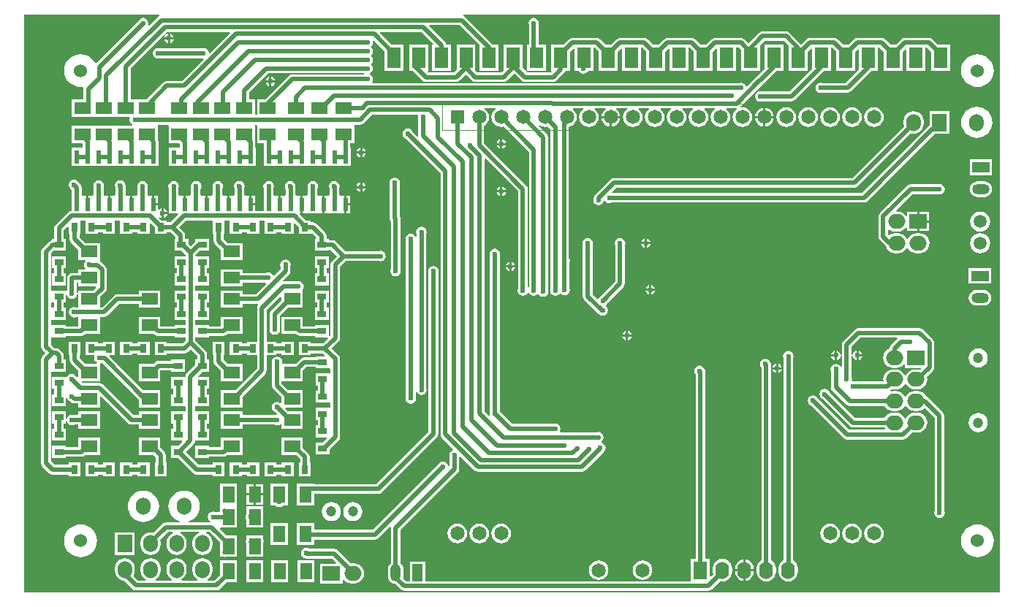
<source format=gtl>
G04*
G04 #@! TF.GenerationSoftware,Altium Limited,Altium Designer,19.1.7 (138)*
G04*
G04 Layer_Physical_Order=1*
G04 Layer_Color=255*
%FSLAX44Y44*%
%MOMM*%
G71*
G01*
G75*
%ADD12C,0.0500*%
%ADD15R,1.6000X2.4000*%
%ADD16R,1.4000X1.9000*%
%ADD17R,1.9000X1.4000*%
%ADD18R,0.6000X1.5200*%
%ADD19R,1.0000X0.8000*%
%ADD20R,0.8000X1.0000*%
%ADD44C,0.5000*%
%ADD45R,1.6500X1.6500*%
%ADD46C,1.6500*%
%ADD47R,1.7000X2.0000*%
%ADD48O,1.7000X2.0000*%
%ADD49R,2.0000X1.7000*%
%ADD50O,2.0000X1.7000*%
%ADD51C,1.2000*%
%ADD52O,2.0000X1.2000*%
%ADD53R,2.0000X1.2000*%
%ADD54C,1.5000*%
%ADD55O,1.2000X2.0000*%
%ADD56R,1.2000X2.0000*%
%ADD57R,1.6000X2.0000*%
%ADD58O,1.6000X2.0000*%
%ADD59C,1.6510*%
%ADD60C,1.5240*%
%ADD61C,0.6000*%
G36*
X1384000Y254000D02*
X254000D01*
Y924000D01*
X410476D01*
X410601Y922730D01*
X410354Y922681D01*
X408535Y921465D01*
X398254Y911184D01*
X398125Y911240D01*
X397206Y911933D01*
X397617Y914000D01*
X397152Y916341D01*
X395826Y918326D01*
X393841Y919652D01*
X391500Y920117D01*
X389159Y919652D01*
X387174Y918326D01*
X385848Y916341D01*
X385833Y916263D01*
X337311Y867742D01*
X335747Y867974D01*
X334874Y869607D01*
X332500Y872500D01*
X329607Y874874D01*
X326306Y876639D01*
X322725Y877725D01*
X319000Y878092D01*
X315275Y877725D01*
X311694Y876639D01*
X308393Y874874D01*
X305500Y872500D01*
X303126Y869607D01*
X301361Y866306D01*
X300275Y862725D01*
X299908Y859000D01*
X300275Y855275D01*
X301361Y851694D01*
X303126Y848393D01*
X305500Y845500D01*
X308393Y843126D01*
X311694Y841361D01*
X315275Y840275D01*
X319000Y839908D01*
X321698Y840174D01*
X322671Y838994D01*
X322392Y837594D01*
Y825750D01*
X308500D01*
Y805750D01*
X332230D01*
X333500Y805750D01*
Y805750D01*
X333500D01*
Y805750D01*
X357230D01*
X358500Y805750D01*
Y805750D01*
X358500D01*
Y805750D01*
X375942D01*
X376541Y804630D01*
X376348Y804341D01*
X375882Y802000D01*
X376348Y799659D01*
X377674Y797674D01*
X379402Y796520D01*
X379165Y795250D01*
X359770D01*
X358500Y795250D01*
X357230Y795250D01*
X334770D01*
X333500Y795250D01*
X332230Y795250D01*
X308500D01*
Y775250D01*
X320819D01*
X321642Y774427D01*
Y770029D01*
X320550Y769600D01*
X320550Y769600D01*
Y769600D01*
X320550Y769600D01*
X308550D01*
Y748400D01*
X320550D01*
Y748400D01*
X321250D01*
Y748400D01*
X332680D01*
X333600Y748400D01*
X334520Y748400D01*
X345950D01*
Y748400D01*
X346650D01*
Y748400D01*
X358080D01*
X359000Y748400D01*
X359920Y748400D01*
X371350D01*
Y748400D01*
X372050D01*
Y748400D01*
X384050D01*
Y748400D01*
X384750D01*
Y748400D01*
X396750D01*
Y748400D01*
X397450D01*
Y748400D01*
X409450D01*
Y769600D01*
X409058D01*
Y776750D01*
X408631Y778896D01*
X408500Y779092D01*
Y795122D01*
X408500Y795250D01*
X408808Y796392D01*
X420692D01*
X421000Y795250D01*
X421000Y795122D01*
Y775250D01*
X433319D01*
X434142Y774427D01*
Y770029D01*
X433050Y769600D01*
X433050Y769600D01*
Y769600D01*
X433050Y769600D01*
X421050D01*
Y748400D01*
X433050D01*
Y748400D01*
X433750D01*
Y748400D01*
X445180D01*
X446100Y748400D01*
X447020Y748400D01*
X458450D01*
Y748400D01*
X459150D01*
Y748400D01*
X470580D01*
X471500Y748400D01*
X472420Y748400D01*
X483850D01*
Y748400D01*
X484550D01*
Y748400D01*
X496550D01*
Y748400D01*
X497250D01*
Y748400D01*
X509250D01*
Y748400D01*
X509950D01*
Y748400D01*
X521950D01*
Y769600D01*
X521558D01*
Y776750D01*
X521131Y778896D01*
X521000Y779092D01*
Y795122D01*
X521000Y795250D01*
X521308Y796392D01*
X523192D01*
X523500Y795250D01*
X523500Y795122D01*
Y775250D01*
X531442D01*
Y769600D01*
X531050D01*
Y748400D01*
X543050D01*
Y748400D01*
X543750D01*
Y748400D01*
X555180D01*
X556100Y748400D01*
X557020Y748400D01*
X568450D01*
Y748400D01*
X569150D01*
Y748400D01*
X580580D01*
X581500Y748400D01*
X582420Y748400D01*
X593850D01*
Y748400D01*
X594550D01*
Y748400D01*
X605980D01*
X606900Y748400D01*
X607820Y748400D01*
X619250D01*
Y748400D01*
X619950D01*
Y748400D01*
X631950D01*
Y769600D01*
X631558D01*
Y775250D01*
X636000D01*
Y795122D01*
X636000Y795250D01*
X636308Y796392D01*
X643000D01*
X645146Y796819D01*
X646965Y798035D01*
X656823Y807892D01*
X709305D01*
X710205Y806622D01*
X709883Y805000D01*
X710348Y802659D01*
X710392Y802593D01*
Y783334D01*
X709258Y782673D01*
X703667Y788263D01*
X703652Y788341D01*
X702326Y790326D01*
X700341Y791652D01*
X698000Y792117D01*
X695659Y791652D01*
X693674Y790326D01*
X692348Y788341D01*
X691882Y786000D01*
X692348Y783659D01*
X693674Y781674D01*
X695659Y780348D01*
X695737Y780333D01*
X735892Y740177D01*
Y437521D01*
X736319Y435375D01*
X737535Y433555D01*
X750586Y420504D01*
X750217Y419289D01*
X749865Y419219D01*
X747881Y417893D01*
X746554Y415908D01*
X746089Y413567D01*
X746554Y411226D01*
X746599Y411160D01*
Y400433D01*
X746355Y400287D01*
X744935Y400917D01*
X744652Y402341D01*
X743326Y404326D01*
X741341Y405652D01*
X739000Y406118D01*
X736659Y405652D01*
X734674Y404326D01*
X733348Y402341D01*
X733333Y402263D01*
X657677Y326608D01*
X589849D01*
Y334250D01*
X569849D01*
Y309250D01*
X589849D01*
Y315392D01*
X660000D01*
X662146Y315819D01*
X663965Y317035D01*
X677387Y330457D01*
X678558Y329831D01*
X678392Y329000D01*
Y288041D01*
X677581Y287419D01*
X676139Y285539D01*
X675232Y283349D01*
X674922Y281000D01*
Y273000D01*
X675232Y270651D01*
X676139Y268461D01*
X677581Y266581D01*
X679461Y265138D01*
X681650Y264232D01*
X683594Y263976D01*
X690035Y257535D01*
X691854Y256319D01*
X694000Y255892D01*
X1046100D01*
X1048246Y256319D01*
X1050065Y257535D01*
X1059804Y267273D01*
X1062600Y266905D01*
X1065472Y267283D01*
X1068148Y268391D01*
X1070445Y270155D01*
X1072208Y272453D01*
X1073317Y275128D01*
X1073695Y278000D01*
Y282000D01*
X1073317Y284872D01*
X1072208Y287547D01*
X1070445Y289845D01*
X1068148Y291609D01*
X1065472Y292717D01*
X1062600Y293095D01*
X1059728Y292717D01*
X1057053Y291609D01*
X1054755Y289845D01*
X1052991Y287547D01*
X1051883Y284872D01*
X1051505Y282000D01*
Y278000D01*
X1051873Y275204D01*
X1049373Y272704D01*
X1048200Y273190D01*
Y293000D01*
X1042808D01*
Y509800D01*
X1042381Y511946D01*
X1041738Y512908D01*
X1041652Y513341D01*
X1040326Y515326D01*
X1038341Y516652D01*
X1036000Y517118D01*
X1033659Y516652D01*
X1031674Y515326D01*
X1030348Y513341D01*
X1029883Y511000D01*
X1030348Y508659D01*
X1031592Y506797D01*
Y293000D01*
X1026200D01*
Y267108D01*
X718400D01*
Y290000D01*
X700400D01*
Y267108D01*
X696323D01*
X692770Y270661D01*
X693078Y273000D01*
Y281000D01*
X692768Y283349D01*
X691861Y285539D01*
X690419Y287419D01*
X689608Y288041D01*
Y326677D01*
X756172Y393241D01*
X757387Y395060D01*
X757814Y397206D01*
Y411160D01*
X757858Y411226D01*
X757928Y411578D01*
X759144Y411947D01*
X775555Y395535D01*
X777375Y394319D01*
X779521Y393892D01*
X899893D01*
X902039Y394319D01*
X903858Y395535D01*
X925083Y416760D01*
X926298Y418579D01*
X926405Y419113D01*
X926769Y419659D01*
X927235Y422000D01*
X926769Y424341D01*
X925443Y426326D01*
X923459Y427652D01*
X922785Y427786D01*
X922517Y429134D01*
X923326Y429674D01*
X924652Y431659D01*
X925117Y434000D01*
X924652Y436341D01*
X923326Y438326D01*
X921341Y439652D01*
X919000Y440117D01*
X916659Y439652D01*
X916593Y439608D01*
X874809D01*
X874130Y440878D01*
X874652Y441659D01*
X875117Y444000D01*
X874652Y446341D01*
X873326Y448326D01*
X871341Y449652D01*
X869000Y450117D01*
X866659Y449652D01*
X866593Y449608D01*
X818823D01*
X804667Y463763D01*
X804652Y463841D01*
X804608Y463907D01*
Y644093D01*
X804652Y644159D01*
X805117Y646500D01*
X804652Y648841D01*
X803326Y650826D01*
X801341Y652152D01*
X799000Y652617D01*
X796659Y652152D01*
X794674Y650826D01*
X793348Y648841D01*
X792883Y646500D01*
X793348Y644159D01*
X793392Y644093D01*
Y463907D01*
X793348Y463841D01*
X792883Y461500D01*
X793294Y459433D01*
X792375Y458740D01*
X792246Y458684D01*
X787108Y463823D01*
Y756616D01*
X788281Y757102D01*
X825892Y719491D01*
Y606407D01*
X825848Y606341D01*
X825382Y604000D01*
X825848Y601659D01*
X827174Y599674D01*
X829159Y598348D01*
X831500Y597882D01*
X833841Y598348D01*
X835826Y599674D01*
X837076Y601545D01*
X837750Y601605D01*
X838424Y601545D01*
X839674Y599674D01*
X841659Y598348D01*
X844000Y597882D01*
X846341Y598348D01*
X848326Y599674D01*
X848402Y599789D01*
X849930D01*
X850674Y598674D01*
X852659Y597348D01*
X855000Y596883D01*
X857341Y597348D01*
X859326Y598674D01*
X860652Y600659D01*
X861117Y603000D01*
X860652Y605341D01*
X860608Y605407D01*
Y781800D01*
X860181Y783946D01*
X858965Y785765D01*
X849944Y794787D01*
X850783Y795744D01*
X851526Y795173D01*
X854263Y794040D01*
X857200Y793653D01*
X860137Y794040D01*
X860203Y794067D01*
X863392Y790877D01*
Y606407D01*
X863348Y606341D01*
X862882Y604000D01*
X863348Y601659D01*
X864674Y599674D01*
X866659Y598348D01*
X869000Y597882D01*
X871341Y598348D01*
X873326Y599674D01*
X873886Y600513D01*
X875156D01*
X875299Y600299D01*
X877284Y598973D01*
X879625Y598507D01*
X881966Y598973D01*
X883951Y600299D01*
X885277Y602284D01*
X885743Y604625D01*
X885300Y606848D01*
Y636002D01*
X885412Y636169D01*
X885878Y638510D01*
X885412Y640851D01*
X884608Y642055D01*
Y793917D01*
X885537Y794040D01*
X888274Y795173D01*
X890624Y796976D01*
X892427Y799326D01*
X893560Y802063D01*
X893947Y805000D01*
X893560Y807937D01*
X892427Y810674D01*
X890624Y813024D01*
X889192Y814122D01*
X889623Y815392D01*
X900977D01*
X901408Y814122D01*
X899976Y813024D01*
X898173Y810674D01*
X897040Y807937D01*
X896653Y805000D01*
X897040Y802063D01*
X898173Y799326D01*
X899976Y796976D01*
X902327Y795173D01*
X905063Y794040D01*
X908000Y793653D01*
X910937Y794040D01*
X913674Y795173D01*
X916024Y796976D01*
X917827Y799326D01*
X918960Y802063D01*
X919347Y805000D01*
X918960Y807937D01*
X917827Y810674D01*
X916024Y813024D01*
X914592Y814122D01*
X915023Y815392D01*
X927133D01*
X927564Y814122D01*
X925704Y812695D01*
X923975Y810442D01*
X922888Y807817D01*
X922684Y806270D01*
X944116D01*
X943912Y807817D01*
X942825Y810442D01*
X941096Y812695D01*
X939236Y814122D01*
X939667Y815392D01*
X951777D01*
X952208Y814122D01*
X950776Y813024D01*
X948973Y810674D01*
X947840Y807937D01*
X947453Y805000D01*
X947840Y802063D01*
X948973Y799326D01*
X950776Y796976D01*
X953127Y795173D01*
X955863Y794040D01*
X958800Y793653D01*
X961737Y794040D01*
X964474Y795173D01*
X966824Y796976D01*
X968627Y799326D01*
X969760Y802063D01*
X970147Y805000D01*
X969760Y807937D01*
X968627Y810674D01*
X966824Y813024D01*
X965392Y814122D01*
X965823Y815392D01*
X977177D01*
X977608Y814122D01*
X976176Y813024D01*
X974373Y810674D01*
X973240Y807937D01*
X972853Y805000D01*
X973240Y802063D01*
X974373Y799326D01*
X976176Y796976D01*
X978527Y795173D01*
X981263Y794040D01*
X984200Y793653D01*
X987137Y794040D01*
X989874Y795173D01*
X992224Y796976D01*
X994027Y799326D01*
X995160Y802063D01*
X995547Y805000D01*
X995160Y807937D01*
X994027Y810674D01*
X992224Y813024D01*
X990792Y814122D01*
X991223Y815392D01*
X1002577D01*
X1003008Y814122D01*
X1001576Y813024D01*
X999773Y810674D01*
X998640Y807937D01*
X998253Y805000D01*
X998640Y802063D01*
X999773Y799326D01*
X1001576Y796976D01*
X1003926Y795173D01*
X1006663Y794040D01*
X1009600Y793653D01*
X1012537Y794040D01*
X1015274Y795173D01*
X1017624Y796976D01*
X1019427Y799326D01*
X1020560Y802063D01*
X1020947Y805000D01*
X1020560Y807937D01*
X1019427Y810674D01*
X1017624Y813024D01*
X1016192Y814122D01*
X1016623Y815392D01*
X1027977D01*
X1028408Y814122D01*
X1026976Y813024D01*
X1025173Y810674D01*
X1024040Y807937D01*
X1023653Y805000D01*
X1024040Y802063D01*
X1025173Y799326D01*
X1026976Y796976D01*
X1029326Y795173D01*
X1032063Y794040D01*
X1035000Y793653D01*
X1037937Y794040D01*
X1040674Y795173D01*
X1043024Y796976D01*
X1044827Y799326D01*
X1045960Y802063D01*
X1046347Y805000D01*
X1045960Y807937D01*
X1044827Y810674D01*
X1043024Y813024D01*
X1041592Y814122D01*
X1042023Y815392D01*
X1053377D01*
X1053808Y814122D01*
X1052376Y813024D01*
X1050573Y810674D01*
X1049440Y807937D01*
X1049053Y805000D01*
X1049440Y802063D01*
X1050573Y799326D01*
X1052376Y796976D01*
X1054726Y795173D01*
X1057463Y794040D01*
X1060400Y793653D01*
X1063337Y794040D01*
X1066074Y795173D01*
X1068424Y796976D01*
X1070227Y799326D01*
X1071360Y802063D01*
X1071747Y805000D01*
X1071360Y807937D01*
X1070227Y810674D01*
X1068424Y813024D01*
X1066992Y814122D01*
X1067423Y815392D01*
X1078777D01*
X1079076Y814937D01*
X1079245Y814150D01*
X1077776Y813024D01*
X1075973Y810674D01*
X1074840Y807937D01*
X1074453Y805000D01*
X1074840Y802063D01*
X1075973Y799326D01*
X1077776Y796976D01*
X1080126Y795173D01*
X1082863Y794040D01*
X1085800Y793653D01*
X1088737Y794040D01*
X1091474Y795173D01*
X1093824Y796976D01*
X1095627Y799326D01*
X1096760Y802063D01*
X1097147Y805000D01*
X1096760Y807937D01*
X1095627Y810674D01*
X1093824Y813024D01*
X1091474Y814827D01*
X1088737Y815960D01*
X1085800Y816347D01*
X1083712Y816072D01*
X1083635Y816170D01*
X1083195Y817285D01*
X1108396Y842486D01*
X1109965Y843535D01*
X1125215Y858785D01*
X1125359Y859000D01*
X1133000D01*
Y889000D01*
X1111000D01*
Y860431D01*
X1103083Y852514D01*
X1101514Y851465D01*
X1090996Y840947D01*
X1089768Y841194D01*
X1089629Y841376D01*
X1088326Y843326D01*
X1086341Y844652D01*
X1084000Y845117D01*
X1081659Y844652D01*
X1081593Y844608D01*
X657309D01*
X656630Y845878D01*
X657152Y846659D01*
X657617Y849000D01*
X657152Y851341D01*
X655826Y853326D01*
X653955Y854576D01*
X653895Y855250D01*
X653955Y855924D01*
X655826Y857174D01*
X657152Y859159D01*
X657617Y861500D01*
X657152Y863841D01*
X655908Y865702D01*
X655767Y866138D01*
Y866862D01*
X655908Y867298D01*
X657152Y869159D01*
X657617Y871500D01*
X657152Y873841D01*
X655908Y875702D01*
X655767Y876138D01*
Y876862D01*
X655908Y877298D01*
X657152Y879159D01*
X657617Y881500D01*
X657152Y883841D01*
X655908Y885702D01*
X655767Y886138D01*
Y886862D01*
X655908Y887298D01*
X657152Y889159D01*
X657617Y891500D01*
X657206Y893567D01*
X658125Y894260D01*
X658254Y894316D01*
X671000Y881570D01*
Y859000D01*
X693000D01*
Y889000D01*
X679430D01*
X665712Y902719D01*
X666198Y903892D01*
X713677D01*
X727396Y890173D01*
X726910Y889000D01*
X726000D01*
Y859000D01*
X748000D01*
Y889000D01*
X742508D01*
X742181Y890646D01*
X740965Y892465D01*
X722712Y910719D01*
X723198Y911892D01*
X758177D01*
X780197Y889872D01*
X781000Y889000D01*
X781000D01*
X781000Y889000D01*
Y859000D01*
X803000D01*
Y889000D01*
X796610D01*
X795965Y889965D01*
X764465Y921465D01*
X762646Y922681D01*
X762399Y922730D01*
X762524Y924000D01*
X1384000D01*
Y254000D01*
D02*
G37*
G36*
X492288Y902719D02*
X468856Y879286D01*
X467477Y879704D01*
X467152Y881341D01*
X465826Y883326D01*
X463841Y884652D01*
X461500Y885117D01*
X459159Y884652D01*
X459093Y884608D01*
X411407D01*
X411341Y884652D01*
X409000Y885117D01*
X406659Y884652D01*
X404674Y883326D01*
X403348Y881341D01*
X402882Y879000D01*
X403348Y876659D01*
X404674Y874674D01*
X406659Y873348D01*
X409000Y872883D01*
X411341Y873348D01*
X411407Y873392D01*
X459093D01*
X459159Y873348D01*
X460796Y873023D01*
X461214Y871645D01*
X436677Y847108D01*
X419000D01*
X416854Y846681D01*
X415035Y845465D01*
X395813Y826243D01*
X395483Y825750D01*
X383500D01*
X383500Y825750D01*
Y825750D01*
X377108D01*
Y861677D01*
X416087Y900656D01*
X417073Y899847D01*
X416281Y898662D01*
X416104Y897770D01*
X420230D01*
Y901896D01*
X419338Y901719D01*
X418153Y900927D01*
X417344Y901913D01*
X419323Y903892D01*
X491802D01*
X492288Y902719D01*
D02*
G37*
G36*
X647732Y855250D02*
X647387Y854608D01*
X564000D01*
X561854Y854181D01*
X560035Y852965D01*
X532820Y825750D01*
X523500D01*
Y807608D01*
X521000D01*
Y825750D01*
X514108D01*
Y833677D01*
X536323Y855892D01*
X647387D01*
X647732Y855250D01*
D02*
G37*
G36*
X800460Y814622D02*
X798376Y813024D01*
X796573Y810674D01*
X795440Y807937D01*
X795053Y805000D01*
X795440Y802063D01*
X796573Y799326D01*
X798376Y796976D01*
X800726Y795173D01*
X803463Y794040D01*
X806400Y793653D01*
X809337Y794040D01*
X809403Y794067D01*
X838392Y765077D01*
Y608113D01*
X837750Y607768D01*
X837108Y608113D01*
Y721814D01*
X836681Y723960D01*
X835465Y725779D01*
X786608Y774637D01*
Y795146D01*
X786674Y795173D01*
X789024Y796976D01*
X790827Y799326D01*
X791960Y802063D01*
X792347Y805000D01*
X791960Y807937D01*
X790827Y810674D01*
X789024Y813024D01*
X786940Y814622D01*
X787231Y815892D01*
X800169D01*
X800460Y814622D01*
D02*
G37*
%LPC*%
G36*
X844000Y920117D02*
X841659Y919652D01*
X839674Y918326D01*
X838348Y916341D01*
X837882Y914000D01*
X838348Y911659D01*
X838392Y911593D01*
Y889000D01*
X836000D01*
Y860248D01*
X836000Y859227D01*
X834942Y858489D01*
X831500Y861931D01*
Y889000D01*
X809500D01*
Y859930D01*
X806677Y857108D01*
X778823D01*
X776500Y859431D01*
Y889000D01*
X754500D01*
Y859930D01*
X751677Y857108D01*
X721544D01*
X721031Y857755D01*
X721500Y859000D01*
X721500D01*
Y889000D01*
X699500D01*
Y859000D01*
X703569D01*
X715035Y847535D01*
X716854Y846319D01*
X719000Y845892D01*
X754000D01*
X756146Y846319D01*
X757965Y847535D01*
X765250Y854819D01*
X772535Y847535D01*
X774354Y846319D01*
X776500Y845892D01*
X809000D01*
X811146Y846319D01*
X812965Y847535D01*
X821500Y856069D01*
X830035Y847535D01*
X831854Y846319D01*
X834000Y845892D01*
X866500D01*
X868646Y846319D01*
X870465Y847535D01*
X879465Y856535D01*
X880681Y858354D01*
X880809Y859000D01*
X886500D01*
Y881069D01*
X889827Y884396D01*
X891000Y883910D01*
Y859000D01*
X895954D01*
X897174Y857174D01*
X899159Y855848D01*
X901500Y855383D01*
X903841Y855848D01*
X905826Y857174D01*
X907046Y859000D01*
X913000D01*
Y885892D01*
X914677D01*
X919500Y881069D01*
Y859000D01*
X941500D01*
Y881069D01*
X944827Y884396D01*
X946000Y883910D01*
Y859000D01*
X968000D01*
Y885892D01*
X969677D01*
X974500Y881069D01*
Y859000D01*
X996500D01*
Y881069D01*
X999827Y884396D01*
X1001000Y883910D01*
Y859000D01*
X1023000D01*
Y885892D01*
X1024677D01*
X1029500Y881069D01*
Y859000D01*
X1051500D01*
Y881069D01*
X1054827Y884396D01*
X1056000Y883910D01*
Y859000D01*
X1078000D01*
Y885892D01*
X1081677D01*
X1084500Y883070D01*
Y859000D01*
X1106500D01*
Y888569D01*
X1111323Y893392D01*
X1134177D01*
X1139500Y888070D01*
Y859000D01*
X1161500D01*
Y881069D01*
X1164827Y884396D01*
X1166000Y883910D01*
Y860431D01*
X1140177Y834608D01*
X1108907D01*
X1108841Y834652D01*
X1106500Y835117D01*
X1104159Y834652D01*
X1102174Y833326D01*
X1100848Y831341D01*
X1100383Y829000D01*
X1100848Y826659D01*
X1102174Y824674D01*
X1104159Y823348D01*
X1106500Y822883D01*
X1108841Y823348D01*
X1108907Y823392D01*
X1142500D01*
X1144646Y823819D01*
X1146465Y825035D01*
X1180215Y858785D01*
X1180359Y859000D01*
X1188000D01*
Y885892D01*
X1189677D01*
X1194500Y881069D01*
Y859000D01*
X1216500D01*
Y881069D01*
X1219827Y884396D01*
X1221000Y883910D01*
Y860431D01*
X1205177Y844608D01*
X1178907D01*
X1178841Y844652D01*
X1176500Y845117D01*
X1174159Y844652D01*
X1172174Y843326D01*
X1170848Y841341D01*
X1170383Y839000D01*
X1170848Y836659D01*
X1172174Y834674D01*
X1174159Y833348D01*
X1176500Y832883D01*
X1178841Y833348D01*
X1178907Y833392D01*
X1207500D01*
X1209646Y833819D01*
X1211465Y835035D01*
X1235215Y858785D01*
X1235359Y859000D01*
X1243000D01*
Y885892D01*
X1244677D01*
X1249500Y881069D01*
Y859000D01*
X1271500D01*
Y881069D01*
X1274827Y884396D01*
X1276000Y883910D01*
Y859000D01*
X1298000D01*
Y885892D01*
X1299677D01*
X1304500Y881069D01*
Y859000D01*
X1326500D01*
Y889000D01*
X1312431D01*
X1305965Y895465D01*
X1304146Y896681D01*
X1302000Y897108D01*
X1274000D01*
X1271854Y896681D01*
X1270035Y895465D01*
X1263569Y889000D01*
X1257430D01*
X1250965Y895465D01*
X1249146Y896681D01*
X1247000Y897108D01*
X1219000D01*
X1216854Y896681D01*
X1215035Y895465D01*
X1208569Y889000D01*
X1202430D01*
X1195965Y895465D01*
X1194146Y896681D01*
X1192000Y897108D01*
X1164000D01*
X1161854Y896681D01*
X1160035Y895465D01*
X1154000Y889431D01*
X1140465Y902965D01*
X1138646Y904181D01*
X1136500Y904608D01*
X1109000D01*
X1106854Y904181D01*
X1105035Y902965D01*
X1092750Y890680D01*
X1087965Y895465D01*
X1086146Y896681D01*
X1084000Y897108D01*
X1054000D01*
X1051854Y896681D01*
X1050035Y895465D01*
X1043569Y889000D01*
X1037430D01*
X1030965Y895465D01*
X1029146Y896681D01*
X1027000Y897108D01*
X999000D01*
X996854Y896681D01*
X995035Y895465D01*
X988569Y889000D01*
X982430D01*
X975965Y895465D01*
X974146Y896681D01*
X972000Y897108D01*
X944000D01*
X941854Y896681D01*
X940035Y895465D01*
X933569Y889000D01*
X927430D01*
X920965Y895465D01*
X919146Y896681D01*
X917000Y897108D01*
X889000D01*
X886854Y896681D01*
X885035Y895465D01*
X878569Y889000D01*
X864500D01*
Y859000D01*
X864500D01*
X864878Y858087D01*
X864083Y857108D01*
X836362D01*
X835664Y857963D01*
X836324Y859000D01*
X837176Y859000D01*
X858000D01*
Y889000D01*
X849608D01*
Y911593D01*
X849652Y911659D01*
X850117Y914000D01*
X849652Y916341D01*
X848326Y918326D01*
X846341Y919652D01*
X844000Y920117D01*
D02*
G37*
G36*
X1358000Y878092D02*
X1354275Y877725D01*
X1350694Y876639D01*
X1347393Y874874D01*
X1344500Y872500D01*
X1342126Y869607D01*
X1340361Y866306D01*
X1339275Y862725D01*
X1338908Y859000D01*
X1339275Y855275D01*
X1340361Y851694D01*
X1342126Y848393D01*
X1344500Y845500D01*
X1347393Y843126D01*
X1350694Y841361D01*
X1354275Y840275D01*
X1358000Y839908D01*
X1361725Y840275D01*
X1365306Y841361D01*
X1368607Y843126D01*
X1371500Y845500D01*
X1373874Y848393D01*
X1375639Y851694D01*
X1376725Y855275D01*
X1377092Y859000D01*
X1376725Y862725D01*
X1375639Y866306D01*
X1373874Y869607D01*
X1371500Y872500D01*
X1368607Y874874D01*
X1365306Y876639D01*
X1361725Y877725D01*
X1358000Y878092D01*
D02*
G37*
G36*
X1112470Y815716D02*
Y806270D01*
X1121916D01*
X1121712Y807817D01*
X1120625Y810442D01*
X1118895Y812695D01*
X1116642Y814425D01*
X1114017Y815512D01*
X1112470Y815716D01*
D02*
G37*
G36*
X1109930D02*
X1108383Y815512D01*
X1105759Y814425D01*
X1103504Y812695D01*
X1101775Y810442D01*
X1100688Y807817D01*
X1100484Y806270D01*
X1109930D01*
Y815716D01*
D02*
G37*
G36*
X1121916Y803730D02*
X1112470D01*
Y794284D01*
X1114017Y794488D01*
X1116642Y795575D01*
X1118895Y797305D01*
X1120625Y799558D01*
X1121712Y802183D01*
X1121916Y803730D01*
D02*
G37*
G36*
X1109930D02*
X1100484D01*
X1100688Y802183D01*
X1101775Y799558D01*
X1103504Y797305D01*
X1105759Y795575D01*
X1108383Y794488D01*
X1109930Y794284D01*
Y803730D01*
D02*
G37*
G36*
X944116D02*
X934670D01*
Y794284D01*
X936217Y794488D01*
X938842Y795575D01*
X941096Y797305D01*
X942825Y799558D01*
X943912Y802183D01*
X944116Y803730D01*
D02*
G37*
G36*
X932130D02*
X922684D01*
X922888Y802183D01*
X923975Y799558D01*
X925704Y797305D01*
X927959Y795575D01*
X930583Y794488D01*
X932130Y794284D01*
Y803730D01*
D02*
G37*
G36*
X1238200Y816347D02*
X1235263Y815960D01*
X1232526Y814827D01*
X1230176Y813024D01*
X1228373Y810674D01*
X1227240Y807937D01*
X1226853Y805000D01*
X1227240Y802063D01*
X1228373Y799326D01*
X1230176Y796976D01*
X1232526Y795173D01*
X1235263Y794040D01*
X1238200Y793653D01*
X1241137Y794040D01*
X1243874Y795173D01*
X1246224Y796976D01*
X1248027Y799326D01*
X1249160Y802063D01*
X1249547Y805000D01*
X1249160Y807937D01*
X1248027Y810674D01*
X1246224Y813024D01*
X1243874Y814827D01*
X1241137Y815960D01*
X1238200Y816347D01*
D02*
G37*
G36*
X1212800D02*
X1209863Y815960D01*
X1207126Y814827D01*
X1204776Y813024D01*
X1202973Y810674D01*
X1201840Y807937D01*
X1201453Y805000D01*
X1201840Y802063D01*
X1202973Y799326D01*
X1204776Y796976D01*
X1207126Y795173D01*
X1209863Y794040D01*
X1212800Y793653D01*
X1215737Y794040D01*
X1218474Y795173D01*
X1220824Y796976D01*
X1222627Y799326D01*
X1223760Y802063D01*
X1224147Y805000D01*
X1223760Y807937D01*
X1222627Y810674D01*
X1220824Y813024D01*
X1218474Y814827D01*
X1215737Y815960D01*
X1212800Y816347D01*
D02*
G37*
G36*
X1187400D02*
X1184463Y815960D01*
X1181727Y814827D01*
X1179376Y813024D01*
X1177573Y810674D01*
X1176440Y807937D01*
X1176053Y805000D01*
X1176440Y802063D01*
X1177573Y799326D01*
X1179376Y796976D01*
X1181727Y795173D01*
X1184463Y794040D01*
X1187400Y793653D01*
X1190337Y794040D01*
X1193074Y795173D01*
X1195424Y796976D01*
X1197227Y799326D01*
X1198360Y802063D01*
X1198747Y805000D01*
X1198360Y807937D01*
X1197227Y810674D01*
X1195424Y813024D01*
X1193074Y814827D01*
X1190337Y815960D01*
X1187400Y816347D01*
D02*
G37*
G36*
X1162000D02*
X1159063Y815960D01*
X1156327Y814827D01*
X1153976Y813024D01*
X1152173Y810674D01*
X1151040Y807937D01*
X1150653Y805000D01*
X1151040Y802063D01*
X1152173Y799326D01*
X1153976Y796976D01*
X1156327Y795173D01*
X1159063Y794040D01*
X1162000Y793653D01*
X1164937Y794040D01*
X1167674Y795173D01*
X1170024Y796976D01*
X1171827Y799326D01*
X1172960Y802063D01*
X1173347Y805000D01*
X1172960Y807937D01*
X1171827Y810674D01*
X1170024Y813024D01*
X1167674Y814827D01*
X1164937Y815960D01*
X1162000Y816347D01*
D02*
G37*
G36*
X1136600D02*
X1133663Y815960D01*
X1130927Y814827D01*
X1128576Y813024D01*
X1126773Y810674D01*
X1125640Y807937D01*
X1125253Y805000D01*
X1125640Y802063D01*
X1126773Y799326D01*
X1128576Y796976D01*
X1130927Y795173D01*
X1133663Y794040D01*
X1136600Y793653D01*
X1139537Y794040D01*
X1142274Y795173D01*
X1144624Y796976D01*
X1146427Y799326D01*
X1147560Y802063D01*
X1147947Y805000D01*
X1147560Y807937D01*
X1146427Y810674D01*
X1144624Y813024D01*
X1142274Y814827D01*
X1139537Y815960D01*
X1136600Y816347D01*
D02*
G37*
G36*
X1357250Y817087D02*
X1353721Y816740D01*
X1350328Y815710D01*
X1347201Y814039D01*
X1344460Y811789D01*
X1342211Y809049D01*
X1340540Y805922D01*
X1339510Y802529D01*
X1339163Y799000D01*
X1339510Y795471D01*
X1340540Y792078D01*
X1342211Y788951D01*
X1344460Y786210D01*
X1347201Y783961D01*
X1350328Y782290D01*
X1353721Y781261D01*
X1357250Y780913D01*
X1360779Y781261D01*
X1364172Y782290D01*
X1367299Y783961D01*
X1370040Y786210D01*
X1372289Y788951D01*
X1373960Y792078D01*
X1374989Y795471D01*
X1375337Y799000D01*
X1374989Y802529D01*
X1373960Y805922D01*
X1372289Y809049D01*
X1370040Y811789D01*
X1367299Y814039D01*
X1364172Y815710D01*
X1360779Y816740D01*
X1357250Y817087D01*
D02*
G37*
G36*
X645270Y769396D02*
Y765270D01*
X649396D01*
X649219Y766162D01*
X647994Y767994D01*
X646162Y769219D01*
X645270Y769396D01*
D02*
G37*
G36*
X642730D02*
X641838Y769219D01*
X640006Y767994D01*
X638782Y766162D01*
X638604Y765270D01*
X642730D01*
Y769396D01*
D02*
G37*
G36*
X649396Y762730D02*
X645270D01*
Y758604D01*
X646162Y758781D01*
X647994Y760006D01*
X649219Y761838D01*
X649396Y762730D01*
D02*
G37*
G36*
X642730D02*
X638604D01*
X638782Y761838D01*
X640006Y760006D01*
X641838Y758781D01*
X642730Y758604D01*
Y762730D01*
D02*
G37*
G36*
X1375000Y756000D02*
X1349000D01*
Y738000D01*
X1375000D01*
Y756000D01*
D02*
G37*
G36*
X645270Y729396D02*
Y725270D01*
X649396D01*
X649219Y726162D01*
X647994Y727994D01*
X646162Y729219D01*
X645270Y729396D01*
D02*
G37*
G36*
X642730D02*
X641838Y729219D01*
X640006Y727994D01*
X638782Y726162D01*
X638604Y725270D01*
X642730D01*
Y729396D01*
D02*
G37*
G36*
X807770Y724396D02*
Y720270D01*
X811896D01*
X811719Y721162D01*
X810494Y722994D01*
X808662Y724219D01*
X807770Y724396D01*
D02*
G37*
G36*
X805230D02*
X804338Y724219D01*
X802506Y722994D01*
X801282Y721162D01*
X801104Y720270D01*
X805230D01*
Y724396D01*
D02*
G37*
G36*
X649396Y722730D02*
X645270D01*
Y718604D01*
X646162Y718781D01*
X647994Y720006D01*
X649219Y721838D01*
X649396Y722730D01*
D02*
G37*
G36*
X642730D02*
X638604D01*
X638782Y721838D01*
X640006Y720006D01*
X641838Y718781D01*
X642730Y718604D01*
Y722730D01*
D02*
G37*
G36*
X1314000Y727617D02*
X1311659Y727152D01*
X1311593Y727108D01*
X1280401D01*
X1278255Y726681D01*
X1276436Y725465D01*
X1244735Y693764D01*
X1243519Y691945D01*
X1243092Y689799D01*
Y666800D01*
X1243519Y664654D01*
X1244735Y662835D01*
X1251485Y656085D01*
X1251496Y655998D01*
X1252655Y653200D01*
X1254498Y650798D01*
X1256900Y648955D01*
X1259698Y647796D01*
X1262700Y647401D01*
X1265700D01*
X1268702Y647796D01*
X1271500Y648955D01*
X1273902Y650798D01*
X1275745Y653200D01*
X1276065Y653972D01*
X1277335D01*
X1277655Y653200D01*
X1279498Y650798D01*
X1281900Y648955D01*
X1284698Y647796D01*
X1287700Y647401D01*
X1290700D01*
X1293702Y647796D01*
X1296500Y648955D01*
X1298902Y650798D01*
X1300745Y653200D01*
X1301904Y655998D01*
X1302299Y659000D01*
X1301904Y662002D01*
X1300745Y664800D01*
X1298902Y667202D01*
X1296500Y669045D01*
X1293702Y670204D01*
X1290700Y670599D01*
X1287700D01*
X1284698Y670204D01*
X1281900Y669045D01*
X1279498Y667202D01*
X1277655Y664800D01*
X1277335Y664028D01*
X1276065D01*
X1275745Y664800D01*
X1273902Y667202D01*
X1271500Y669045D01*
X1268702Y670204D01*
X1265700Y670599D01*
X1262700D01*
X1259698Y670204D01*
X1256900Y669045D01*
X1255477Y667953D01*
X1254308Y669123D01*
Y674343D01*
X1255578Y674970D01*
X1256900Y673955D01*
X1259698Y672796D01*
X1262700Y672401D01*
X1265700D01*
X1268702Y672796D01*
X1271500Y673955D01*
X1273902Y675798D01*
X1275390Y677737D01*
X1276660Y677306D01*
Y672960D01*
X1287930D01*
Y684000D01*
Y695040D01*
X1276660D01*
Y690694D01*
X1275390Y690263D01*
X1273902Y692202D01*
X1271500Y694045D01*
X1268702Y695204D01*
X1265700Y695599D01*
X1264227D01*
X1263701Y696869D01*
X1282724Y715892D01*
X1311593D01*
X1311659Y715848D01*
X1314000Y715383D01*
X1316341Y715848D01*
X1318326Y717174D01*
X1319652Y719159D01*
X1320117Y721500D01*
X1319652Y723841D01*
X1318326Y725826D01*
X1316341Y727152D01*
X1314000Y727617D01*
D02*
G37*
G36*
X613000Y731117D02*
X610659Y730652D01*
X608674Y729326D01*
X607348Y727341D01*
X606883Y725000D01*
X607348Y722659D01*
X607642Y722219D01*
Y714600D01*
X607250D01*
Y714406D01*
X606090Y714140D01*
X605980Y714140D01*
X601820D01*
Y704000D01*
Y693860D01*
X605980D01*
X606090Y693860D01*
X607250Y693595D01*
Y693400D01*
X619250D01*
Y693595D01*
X620410Y693860D01*
X620520Y693860D01*
X624680D01*
Y704000D01*
Y714140D01*
X620520D01*
X620410Y714140D01*
X619250Y714406D01*
Y714600D01*
X618858D01*
Y723694D01*
X619118Y725000D01*
X618652Y727341D01*
X617326Y729326D01*
X615341Y730652D01*
X613000Y731117D01*
D02*
G37*
G36*
X811896Y717730D02*
X807770D01*
Y713604D01*
X808662Y713782D01*
X810494Y715006D01*
X811719Y716838D01*
X811896Y717730D01*
D02*
G37*
G36*
X805230D02*
X801104D01*
X801282Y716838D01*
X802506Y715006D01*
X804338Y713782D01*
X805230Y713604D01*
Y717730D01*
D02*
G37*
G36*
X1366000Y730678D02*
X1358000D01*
X1355650Y730368D01*
X1353461Y729462D01*
X1351581Y728019D01*
X1350139Y726139D01*
X1349232Y723950D01*
X1348922Y721600D01*
X1349232Y719250D01*
X1350139Y717061D01*
X1351581Y715181D01*
X1353461Y713739D01*
X1355650Y712832D01*
X1358000Y712522D01*
X1366000D01*
X1368349Y712832D01*
X1370539Y713739D01*
X1372419Y715181D01*
X1373862Y717061D01*
X1374768Y719250D01*
X1375078Y721600D01*
X1374768Y723950D01*
X1373862Y726139D01*
X1372419Y728019D01*
X1370539Y729462D01*
X1368349Y730368D01*
X1366000Y730678D01*
D02*
G37*
G36*
X1284000Y812099D02*
X1280998Y811704D01*
X1278200Y810545D01*
X1275798Y808702D01*
X1273955Y806300D01*
X1272796Y803502D01*
X1272401Y800500D01*
Y797500D01*
X1272796Y794498D01*
X1272876Y794306D01*
X1213177Y734608D01*
X936979D01*
X934833Y734181D01*
X933014Y732965D01*
X915035Y714986D01*
X913819Y713167D01*
X913502Y711571D01*
X913348Y711341D01*
X912883Y709000D01*
X913348Y706659D01*
X914674Y704674D01*
X916659Y703348D01*
X919000Y702883D01*
X921341Y703348D01*
X923326Y704674D01*
X924652Y706659D01*
X924959Y708204D01*
X926307Y708472D01*
X927174Y707174D01*
X929159Y705848D01*
X931500Y705383D01*
X933841Y705848D01*
X933907Y705892D01*
X1226500D01*
X1228646Y706319D01*
X1230465Y707535D01*
X1308931Y786000D01*
X1325500D01*
Y812000D01*
X1302500D01*
Y795431D01*
X1224177Y717108D01*
X934814D01*
X934287Y718378D01*
X939302Y723392D01*
X1215500D01*
X1217646Y723819D01*
X1219465Y725035D01*
X1280806Y786376D01*
X1280998Y786296D01*
X1284000Y785901D01*
X1287002Y786296D01*
X1289800Y787455D01*
X1292202Y789298D01*
X1294045Y791700D01*
X1295204Y794498D01*
X1295599Y797500D01*
Y800500D01*
X1295204Y803502D01*
X1294045Y806300D01*
X1292202Y808702D01*
X1289800Y810545D01*
X1287002Y811704D01*
X1284000Y812099D01*
D02*
G37*
G36*
X627220Y714140D02*
Y705270D01*
X631490D01*
Y714140D01*
X627220D01*
D02*
G37*
G36*
X521490D02*
X517220D01*
Y705270D01*
X521490D01*
Y714140D01*
D02*
G37*
G36*
X408990D02*
X404720D01*
Y705270D01*
X408990D01*
Y714140D01*
D02*
G37*
G36*
X415270Y699396D02*
Y695270D01*
X419396D01*
X419219Y696162D01*
X417994Y697994D01*
X416162Y699219D01*
X415270Y699396D01*
D02*
G37*
G36*
X631490Y702730D02*
X627220D01*
Y693860D01*
X631490D01*
Y702730D01*
D02*
G37*
G36*
X311500Y732617D02*
X309159Y732152D01*
X307174Y730826D01*
X305848Y728841D01*
X305382Y726500D01*
X305848Y724159D01*
X307174Y722174D01*
X308942Y720993D01*
Y714600D01*
X308550D01*
Y696494D01*
X306476Y696081D01*
X304657Y694865D01*
X290035Y680243D01*
X288819Y678424D01*
X288392Y676278D01*
Y664000D01*
X286000D01*
Y662409D01*
X284854Y662181D01*
X283035Y660965D01*
X275035Y652965D01*
X273819Y651146D01*
X273392Y649000D01*
Y539000D01*
X273819Y536854D01*
X275035Y535035D01*
X278570Y531500D01*
X275035Y527965D01*
X273819Y526146D01*
X273392Y524000D01*
Y404000D01*
X273819Y401854D01*
X275035Y400035D01*
X282535Y392535D01*
X284354Y391319D01*
X286500Y390892D01*
X305000D01*
Y388500D01*
X319000D01*
Y404500D01*
X305000D01*
Y402108D01*
X288823D01*
X284608Y406323D01*
Y520612D01*
X284730Y520694D01*
X286000Y520015D01*
Y510000D01*
X302000D01*
Y524000D01*
X299608D01*
Y528571D01*
X299181Y530717D01*
X297965Y532536D01*
X295036Y535465D01*
X293217Y536681D01*
X291071Y537108D01*
X288823D01*
X284608Y541323D01*
Y646677D01*
X287931Y650000D01*
X302000D01*
Y664000D01*
X299608D01*
Y673955D01*
X303827Y678174D01*
X305000Y677688D01*
Y669500D01*
X306392D01*
Y663750D01*
X306819Y661604D01*
X308035Y659785D01*
X316500Y651319D01*
Y639250D01*
X323946D01*
X324444Y637980D01*
X323348Y636340D01*
X322882Y633999D01*
X323348Y631658D01*
X324443Y630020D01*
X323944Y628750D01*
X316500D01*
Y624358D01*
X309250D01*
X307104Y623931D01*
X305285Y622715D01*
X305035Y622465D01*
X303819Y620646D01*
X303392Y618500D01*
Y603666D01*
X303270Y603539D01*
X302000Y604000D01*
Y604000D01*
X286000D01*
Y590000D01*
X288392D01*
Y584000D01*
X286000D01*
Y570000D01*
X302000D01*
Y584000D01*
X299608D01*
Y590000D01*
X302000D01*
Y598381D01*
X303270Y598506D01*
X303348Y598113D01*
X304674Y596128D01*
X306659Y594802D01*
X309000Y594336D01*
X311341Y594802D01*
X313326Y596128D01*
X314652Y598113D01*
X315117Y600454D01*
X314652Y602795D01*
X314608Y602861D01*
Y613142D01*
X316500D01*
Y608750D01*
X336410D01*
X336896Y607577D01*
X333569Y604250D01*
X316500D01*
Y584608D01*
X313907D01*
X313841Y584652D01*
X311500Y585117D01*
X309159Y584652D01*
X307174Y583326D01*
X305848Y581341D01*
X305382Y579000D01*
X305848Y576659D01*
X307174Y574674D01*
X309159Y573348D01*
X311500Y572882D01*
X313841Y573348D01*
X313907Y573392D01*
X316500D01*
Y562608D01*
X302000D01*
Y564000D01*
X286000D01*
Y550000D01*
X302000D01*
Y551392D01*
X319750D01*
X321896Y551819D01*
X323715Y553035D01*
X324431Y553750D01*
X341500D01*
Y573392D01*
X346375D01*
X348521Y573819D01*
X350340Y575035D01*
X363948Y588642D01*
X386500D01*
Y584250D01*
X411500D01*
Y604250D01*
X386500D01*
Y599858D01*
X361625D01*
X359479Y599431D01*
X357660Y598215D01*
X344052Y584608D01*
X341500D01*
Y596320D01*
X347965Y602785D01*
X349181Y604604D01*
X349608Y606750D01*
Y628028D01*
X349181Y630174D01*
X347965Y631993D01*
X342186Y637773D01*
X341809Y638025D01*
X341500Y639250D01*
X341500D01*
X341500Y639250D01*
Y659250D01*
X324431D01*
X317608Y666073D01*
Y669500D01*
X319000D01*
Y685292D01*
X325000D01*
Y669500D01*
X339000D01*
Y671892D01*
X345000D01*
Y669500D01*
X359000D01*
Y685292D01*
X365000D01*
Y669500D01*
X379000D01*
Y671892D01*
X385000D01*
Y669500D01*
X399000D01*
Y681910D01*
X400173Y682396D01*
X405000Y677569D01*
Y669500D01*
X419000D01*
Y671892D01*
X423177D01*
X428892Y666177D01*
Y664000D01*
X428000D01*
Y650000D01*
X436069D01*
X440799Y645270D01*
X440668Y644000D01*
X428000D01*
Y630000D01*
X430392D01*
Y624000D01*
X428000D01*
Y610000D01*
X440892D01*
Y604000D01*
X428000D01*
Y590000D01*
X430392D01*
Y584000D01*
X428000D01*
Y570000D01*
X440892D01*
Y564000D01*
X428000D01*
Y562608D01*
X411500D01*
Y573750D01*
X386500D01*
Y553750D01*
X403569D01*
X404285Y553035D01*
X406104Y551819D01*
X408250Y551392D01*
X428000D01*
Y550000D01*
X440892D01*
Y546323D01*
X437177Y542608D01*
X419000D01*
Y545000D01*
X405000D01*
Y529000D01*
X419000D01*
Y531392D01*
X439500D01*
X441646Y531819D01*
X443465Y533035D01*
X446500Y536069D01*
X454392Y528177D01*
Y524000D01*
X452000D01*
Y517931D01*
X442035Y507965D01*
X440819Y506146D01*
X440596Y505023D01*
X440000Y504000D01*
X439122Y504000D01*
X424000D01*
Y490000D01*
X426392D01*
Y484000D01*
X424000D01*
Y470000D01*
X439122D01*
X440000Y470000D01*
X440392Y468893D01*
Y465107D01*
X440000Y464000D01*
X424000D01*
Y450000D01*
X426392D01*
Y444000D01*
X424000D01*
Y430000D01*
X436410D01*
X436896Y428827D01*
X432069Y424000D01*
X424000D01*
Y410000D01*
X432069D01*
X449535Y392535D01*
X451354Y391319D01*
X453500Y390892D01*
X472000D01*
Y388500D01*
X486000D01*
Y404500D01*
X472000D01*
Y402108D01*
X455823D01*
X440930Y417000D01*
X449965Y426035D01*
X451181Y427854D01*
X451404Y428977D01*
X452000Y430000D01*
X452878Y430000D01*
X468000D01*
Y444000D01*
X465608D01*
Y450000D01*
X468000D01*
Y464000D01*
X452878D01*
X452000Y464000D01*
X451608Y465107D01*
Y468893D01*
X452000Y470000D01*
X468000D01*
Y484000D01*
X465608D01*
Y490000D01*
X468000D01*
Y504000D01*
X455590D01*
X455104Y505173D01*
X459931Y510000D01*
X468000D01*
Y524000D01*
X465608D01*
Y530500D01*
X465181Y532646D01*
X463965Y534465D01*
X452108Y546323D01*
Y550000D01*
X468000D01*
Y551392D01*
X484750D01*
X486896Y551819D01*
X488715Y553035D01*
X489431Y553750D01*
X506500D01*
Y573750D01*
X481500D01*
Y562608D01*
X468000D01*
Y564000D01*
X452108D01*
Y570000D01*
X468000D01*
Y584000D01*
X465608D01*
Y590000D01*
X468000D01*
Y604000D01*
X452108D01*
Y610000D01*
X468000D01*
Y624000D01*
X465608D01*
Y630000D01*
X468000D01*
Y644000D01*
X452332D01*
X452201Y645270D01*
X456931Y650000D01*
X468000D01*
Y664000D01*
X452000D01*
Y660931D01*
X446500Y655431D01*
X444000Y657931D01*
Y664000D01*
X440108D01*
Y668500D01*
X439681Y670646D01*
X438465Y672465D01*
X433431Y677500D01*
X441223Y685292D01*
X472000D01*
Y669500D01*
X473392D01*
Y661750D01*
X473819Y659604D01*
X475035Y657785D01*
X481500Y651319D01*
Y639250D01*
X506500D01*
Y659250D01*
X489431D01*
X484608Y664073D01*
Y669500D01*
X486000D01*
Y685292D01*
X492000D01*
Y669500D01*
X506000D01*
Y671892D01*
X512000D01*
Y669500D01*
X526000D01*
Y685292D01*
X532000D01*
Y669500D01*
X546000D01*
Y671892D01*
X552000D01*
Y669500D01*
X566000D01*
Y681910D01*
X567173Y682396D01*
X572000Y677569D01*
Y669500D01*
X586000D01*
Y669910D01*
X587173Y670396D01*
X592299Y665270D01*
X591773Y664000D01*
X590500D01*
Y650000D01*
X606500D01*
Y651392D01*
X608677D01*
X616069Y644000D01*
X610035Y637965D01*
X608819Y636146D01*
X608392Y634000D01*
Y551738D01*
X607770Y551258D01*
X606500Y551860D01*
Y564000D01*
X590500D01*
Y562608D01*
X576500D01*
Y573750D01*
X551500D01*
Y553750D01*
X568569D01*
X569285Y553035D01*
X571104Y551819D01*
X573250Y551392D01*
X590500D01*
Y550000D01*
X605273D01*
X605799Y548730D01*
X599677Y542608D01*
X586000D01*
Y545000D01*
X572000D01*
Y529000D01*
X586000D01*
Y531392D01*
X599677D01*
X601896Y529173D01*
X601410Y528000D01*
X591500D01*
Y526608D01*
X578250D01*
X576104Y526181D01*
X574285Y524965D01*
X568569Y519250D01*
X553171D01*
X552365Y520232D01*
X552617Y521500D01*
X552152Y523841D01*
X550826Y525826D01*
X548841Y527152D01*
X546500Y527617D01*
X544159Y527152D01*
X542174Y525826D01*
X540848Y523841D01*
X540382Y521500D01*
X540848Y519159D01*
X540892Y519093D01*
Y493750D01*
X541319Y491604D01*
X542535Y489785D01*
X551500Y480819D01*
Y474403D01*
X550230Y473724D01*
X548841Y474652D01*
X546500Y475117D01*
X544159Y474652D01*
X542174Y473326D01*
X540848Y471341D01*
X540382Y469000D01*
X540848Y466659D01*
X542174Y464674D01*
X544159Y463348D01*
X544549Y463270D01*
X546507Y461312D01*
X546004Y460019D01*
X545194Y459858D01*
X506500D01*
Y464250D01*
X481500D01*
Y444250D01*
X506500D01*
Y448642D01*
X543719D01*
X544159Y448348D01*
X546500Y447882D01*
X548841Y448348D01*
X550230Y449276D01*
X551500Y448597D01*
Y444250D01*
X576500D01*
Y464250D01*
X559431D01*
X556104Y467577D01*
X556590Y468750D01*
X576500D01*
Y488750D01*
X559431D01*
X552108Y496073D01*
Y499250D01*
X576500D01*
Y511319D01*
X580573Y515392D01*
X591500D01*
Y514000D01*
X607500D01*
X608392Y513100D01*
Y508900D01*
X607500Y508000D01*
X607122Y508000D01*
X591500D01*
Y494000D01*
X593892D01*
Y488000D01*
X591500D01*
Y474000D01*
X607122D01*
X607500Y474000D01*
X608392Y473100D01*
Y468900D01*
X607500Y468000D01*
X591500D01*
Y454000D01*
X593892D01*
Y448000D01*
X591500D01*
Y434000D01*
X603910D01*
X604396Y432827D01*
X599569Y428000D01*
X591500D01*
Y414000D01*
X607500D01*
Y420069D01*
X617965Y430535D01*
X619181Y432354D01*
X619608Y434500D01*
Y525000D01*
X619181Y527146D01*
X617965Y528965D01*
X609930Y537000D01*
X617965Y545035D01*
X619181Y546854D01*
X619608Y549000D01*
Y631677D01*
X626323Y638392D01*
X664093D01*
X664159Y638348D01*
X666500Y637882D01*
X668841Y638348D01*
X670826Y639674D01*
X672152Y641659D01*
X672617Y644000D01*
X672152Y646341D01*
X670826Y648326D01*
X668841Y649652D01*
X666500Y650117D01*
X664159Y649652D01*
X664093Y649608D01*
X626323D01*
X614965Y660965D01*
X613146Y662181D01*
X611000Y662608D01*
X606500D01*
Y664000D01*
X604108D01*
Y667000D01*
X603681Y669146D01*
X602465Y670965D01*
X591965Y681465D01*
X590146Y682681D01*
X588000Y683108D01*
X586000D01*
Y685500D01*
X579931D01*
X572744Y692687D01*
X573230Y693860D01*
X573880D01*
Y704000D01*
Y714140D01*
X569610D01*
Y714140D01*
X568450Y714406D01*
Y714600D01*
X568058D01*
Y724550D01*
X568043Y724625D01*
X568117Y725000D01*
X567652Y727341D01*
X566326Y729326D01*
X564341Y730652D01*
X562000Y731117D01*
X559659Y730652D01*
X557674Y729326D01*
X556348Y727341D01*
X555882Y725000D01*
X556348Y722659D01*
X556842Y721919D01*
Y714600D01*
X556450D01*
Y714406D01*
X555290Y714140D01*
Y714140D01*
X551020D01*
Y704000D01*
X548480D01*
Y714140D01*
X544210D01*
Y714140D01*
X543050Y714406D01*
Y714600D01*
X542658D01*
Y722688D01*
X543117Y725000D01*
X542652Y727341D01*
X541326Y729326D01*
X539341Y730652D01*
X537000Y731117D01*
X534659Y730652D01*
X532674Y729326D01*
X531348Y727341D01*
X530882Y725000D01*
X531348Y722659D01*
X531442Y722518D01*
Y714600D01*
X531050D01*
Y696508D01*
X521490D01*
Y702730D01*
X515950D01*
Y704000D01*
X514680D01*
Y714140D01*
X510410D01*
Y714140D01*
X509250Y714406D01*
Y714600D01*
X508858D01*
Y723694D01*
X509118Y725000D01*
X508652Y727341D01*
X507326Y729326D01*
X505341Y730652D01*
X503000Y731117D01*
X500659Y730652D01*
X498674Y729326D01*
X497348Y727341D01*
X496883Y725000D01*
X497348Y722659D01*
X497642Y722219D01*
Y714600D01*
X497250D01*
Y714406D01*
X496090Y714140D01*
Y714140D01*
X491820D01*
Y704000D01*
X489280D01*
Y714140D01*
X485010D01*
Y714140D01*
X483850Y714406D01*
Y714600D01*
X483458D01*
Y722368D01*
X483652Y722659D01*
X484118Y725000D01*
X483652Y727341D01*
X482326Y729326D01*
X480341Y730652D01*
X478000Y731117D01*
X475659Y730652D01*
X473674Y729326D01*
X472348Y727341D01*
X471883Y725000D01*
X472242Y723191D01*
Y714600D01*
X471850D01*
Y714406D01*
X470690Y714140D01*
Y714140D01*
X466420D01*
Y704000D01*
X463880D01*
Y714140D01*
X459610D01*
Y714140D01*
X458450Y714406D01*
Y714600D01*
X458058D01*
Y721770D01*
X458652Y722659D01*
X459118Y725000D01*
X458652Y727341D01*
X457326Y729326D01*
X455341Y730652D01*
X453000Y731117D01*
X450659Y730652D01*
X448674Y729326D01*
X447348Y727341D01*
X446883Y725000D01*
X446917Y724826D01*
X446842Y724450D01*
Y714600D01*
X446450D01*
Y714406D01*
X445290Y714140D01*
Y714140D01*
X441020D01*
Y704000D01*
X438480D01*
Y714140D01*
X434320D01*
X434210Y714140D01*
X433050Y714406D01*
Y714600D01*
X432658D01*
Y722688D01*
X433117Y725000D01*
X432652Y727341D01*
X431326Y729326D01*
X429341Y730652D01*
X427000Y731117D01*
X424659Y730652D01*
X422674Y729326D01*
X421348Y727341D01*
X420882Y725000D01*
X421348Y722659D01*
X421442Y722518D01*
Y714600D01*
X421050D01*
Y693400D01*
X431674D01*
X432200Y692130D01*
X423177Y683108D01*
X419000D01*
Y685500D01*
X412931D01*
X409844Y688587D01*
X410653Y689573D01*
X411838Y688782D01*
X412730Y688604D01*
Y694000D01*
Y699396D01*
X411838Y699219D01*
X410260Y698164D01*
X408990Y698586D01*
Y702730D01*
X403450D01*
Y704000D01*
X402180D01*
Y714140D01*
X397910D01*
Y714140D01*
X396750Y714406D01*
Y714600D01*
X396358D01*
Y722219D01*
X396652Y722659D01*
X397118Y725000D01*
X396652Y727341D01*
X395326Y729326D01*
X393341Y730652D01*
X391000Y731117D01*
X388659Y730652D01*
X386674Y729326D01*
X385348Y727341D01*
X384883Y725000D01*
X385142Y723694D01*
Y714600D01*
X384750D01*
Y714406D01*
X383590Y714140D01*
Y714140D01*
X379320D01*
Y704000D01*
X376780D01*
Y714140D01*
X372510D01*
Y714140D01*
X371350Y714406D01*
Y714600D01*
X370958D01*
Y725197D01*
X371118Y726000D01*
X370652Y728341D01*
X369326Y730326D01*
X367341Y731652D01*
X365000Y732117D01*
X362659Y731652D01*
X360674Y730326D01*
X359348Y728341D01*
X358882Y726000D01*
X359348Y723659D01*
X359742Y723069D01*
Y714600D01*
X359350D01*
Y714406D01*
X358190Y714140D01*
Y714140D01*
X353920D01*
Y704000D01*
X351380D01*
Y714140D01*
X347110D01*
Y714140D01*
X345950Y714406D01*
Y714600D01*
X345558D01*
Y723543D01*
X345602Y723609D01*
X346068Y725950D01*
X345602Y728291D01*
X344276Y730276D01*
X342291Y731602D01*
X339950Y732067D01*
X337609Y731602D01*
X335624Y730276D01*
X334298Y728291D01*
X333833Y725950D01*
X334298Y723609D01*
X334342Y723543D01*
Y714600D01*
X333950D01*
Y714406D01*
X332790Y714140D01*
Y714140D01*
X328520D01*
Y704000D01*
X325980D01*
Y714140D01*
X321710D01*
Y714140D01*
X320550Y714406D01*
Y714600D01*
X320158D01*
Y723450D01*
X319731Y725596D01*
X318515Y727415D01*
X317167Y728763D01*
X317152Y728841D01*
X315826Y730826D01*
X313841Y732152D01*
X311500Y732617D01*
D02*
G37*
G36*
X588000Y731117D02*
X585659Y730652D01*
X583674Y729326D01*
X582348Y727341D01*
X581883Y725000D01*
X582242Y723191D01*
Y714600D01*
X581850D01*
Y714406D01*
X580690Y714140D01*
X580580Y714140D01*
X576420D01*
Y704000D01*
Y693860D01*
X580580D01*
X580690Y693860D01*
X581850Y693595D01*
Y693400D01*
X593850D01*
Y693595D01*
X595010Y693860D01*
X595120Y693860D01*
X599280D01*
Y704000D01*
Y714140D01*
X595120D01*
X595010Y714140D01*
X593850Y714406D01*
Y714600D01*
X593458D01*
Y722368D01*
X593652Y722659D01*
X594118Y725000D01*
X593652Y727341D01*
X592326Y729326D01*
X590341Y730652D01*
X588000Y731117D01*
D02*
G37*
G36*
X419396Y692730D02*
X415270D01*
Y688604D01*
X416162Y688782D01*
X417994Y690006D01*
X419219Y691838D01*
X419396Y692730D01*
D02*
G37*
G36*
X1301740Y695040D02*
X1290470D01*
Y685270D01*
X1301740D01*
Y695040D01*
D02*
G37*
G36*
Y682730D02*
X1290470D01*
Y672960D01*
X1301740D01*
Y682730D01*
D02*
G37*
G36*
X1361000Y695599D02*
X1357998Y695204D01*
X1355200Y694045D01*
X1352798Y692202D01*
X1350955Y689800D01*
X1349796Y687002D01*
X1349401Y684000D01*
X1349796Y680998D01*
X1350955Y678200D01*
X1352798Y675798D01*
X1355200Y673955D01*
X1357998Y672796D01*
X1361000Y672401D01*
X1364002Y672796D01*
X1366800Y673955D01*
X1369202Y675798D01*
X1371045Y678200D01*
X1372204Y680998D01*
X1372599Y684000D01*
X1372204Y687002D01*
X1371045Y689800D01*
X1369202Y692202D01*
X1366800Y694045D01*
X1364002Y695204D01*
X1361000Y695599D01*
D02*
G37*
G36*
X714000Y678118D02*
X711659Y677652D01*
X709674Y676326D01*
X708348Y674341D01*
X707883Y672000D01*
X708348Y669659D01*
X708392Y669593D01*
Y666601D01*
X707218Y666365D01*
X707122Y666385D01*
X705826Y668326D01*
X703841Y669652D01*
X701500Y670117D01*
X699159Y669652D01*
X697174Y668326D01*
X695848Y666341D01*
X695383Y664000D01*
X695848Y661659D01*
X695892Y661593D01*
Y481407D01*
X695848Y481341D01*
X695383Y479000D01*
X695848Y476659D01*
X697174Y474674D01*
X699159Y473348D01*
X701500Y472882D01*
X703841Y473348D01*
X705826Y474674D01*
X707152Y476659D01*
X707617Y479000D01*
X707152Y481341D01*
X707108Y481407D01*
Y486399D01*
X708282Y486635D01*
X708378Y486615D01*
X709674Y484674D01*
X711659Y483348D01*
X714000Y482882D01*
X716341Y483348D01*
X718326Y484674D01*
X719652Y486659D01*
X720117Y489000D01*
X719652Y491341D01*
X719608Y491407D01*
Y669593D01*
X719652Y669659D01*
X720117Y672000D01*
X719652Y674341D01*
X718326Y676326D01*
X716341Y677652D01*
X714000Y678118D01*
D02*
G37*
G36*
X975270Y664396D02*
Y660270D01*
X979396D01*
X979219Y661162D01*
X977994Y662994D01*
X976162Y664219D01*
X975270Y664396D01*
D02*
G37*
G36*
X972730D02*
X971838Y664219D01*
X970006Y662994D01*
X968782Y661162D01*
X968604Y660270D01*
X972730D01*
Y664396D01*
D02*
G37*
G36*
X979396Y657730D02*
X975270D01*
Y653604D01*
X976162Y653781D01*
X977994Y655006D01*
X979219Y656838D01*
X979396Y657730D01*
D02*
G37*
G36*
X972730D02*
X968604D01*
X968782Y656838D01*
X970006Y655006D01*
X971838Y653781D01*
X972730Y653604D01*
Y657730D01*
D02*
G37*
G36*
X1361000Y670599D02*
X1357998Y670204D01*
X1355200Y669045D01*
X1352798Y667202D01*
X1350955Y664800D01*
X1349796Y662002D01*
X1349401Y659000D01*
X1349796Y655998D01*
X1350955Y653200D01*
X1352798Y650798D01*
X1355200Y648955D01*
X1357998Y647796D01*
X1361000Y647401D01*
X1364002Y647796D01*
X1366800Y648955D01*
X1369202Y650798D01*
X1371045Y653200D01*
X1372204Y655998D01*
X1372599Y659000D01*
X1372204Y662002D01*
X1371045Y664800D01*
X1369202Y667202D01*
X1366800Y669045D01*
X1364002Y670204D01*
X1361000Y670599D01*
D02*
G37*
G36*
X818270Y637396D02*
Y633270D01*
X822396D01*
X822218Y634162D01*
X820994Y635994D01*
X819162Y637219D01*
X818270Y637396D01*
D02*
G37*
G36*
X815730D02*
X814838Y637219D01*
X813006Y635994D01*
X811781Y634162D01*
X811604Y633270D01*
X815730D01*
Y637396D01*
D02*
G37*
G36*
X822396Y630730D02*
X818270D01*
Y626604D01*
X819162Y626781D01*
X820994Y628006D01*
X822218Y629838D01*
X822396Y630730D01*
D02*
G37*
G36*
X815730D02*
X811604D01*
X811781Y629838D01*
X813006Y628006D01*
X814838Y626781D01*
X815730Y626604D01*
Y630730D01*
D02*
G37*
G36*
X556500Y640117D02*
X554159Y639652D01*
X552174Y638326D01*
X550848Y636341D01*
X550382Y634000D01*
X550848Y631659D01*
X550892Y631593D01*
Y628823D01*
X543359Y621289D01*
X541937Y621663D01*
X540826Y623326D01*
X538841Y624652D01*
X536500Y625117D01*
X534159Y624652D01*
X533719Y624358D01*
X506500D01*
Y628750D01*
X481500D01*
Y608750D01*
X506500D01*
Y613142D01*
X533416D01*
X533942Y611872D01*
X521927Y599858D01*
X506500D01*
Y604250D01*
X481500D01*
Y584250D01*
X506500D01*
Y588642D01*
X524250D01*
X524422Y588676D01*
X525047Y587506D01*
X525035Y587494D01*
X523819Y585674D01*
X523392Y583528D01*
Y545000D01*
X512000D01*
Y542608D01*
X506000D01*
Y545000D01*
X492000D01*
Y529000D01*
X506000D01*
Y531392D01*
X512000D01*
Y529000D01*
X523392D01*
Y513573D01*
X498569Y488750D01*
X481500D01*
Y468750D01*
X506500D01*
Y480819D01*
X532965Y507285D01*
X534181Y509104D01*
X534608Y511250D01*
Y529000D01*
X546000D01*
Y531392D01*
X552000D01*
Y529000D01*
X566000D01*
Y545000D01*
X552000D01*
Y542608D01*
X546000D01*
Y545000D01*
X534608D01*
Y581205D01*
X550327Y596924D01*
X551500Y596438D01*
Y592181D01*
X540035Y580715D01*
X538819Y578896D01*
X538392Y576750D01*
Y561407D01*
X538348Y561341D01*
X537882Y559000D01*
X538348Y556659D01*
X539674Y554674D01*
X541659Y553348D01*
X544000Y552882D01*
X546341Y553348D01*
X548326Y554674D01*
X549652Y556659D01*
X550117Y559000D01*
X549652Y561341D01*
X549608Y561407D01*
Y574427D01*
X559431Y584250D01*
X576500D01*
Y604250D01*
X576500Y604250D01*
X576500D01*
X576391Y605520D01*
X577152Y606659D01*
X577617Y609000D01*
X577152Y611341D01*
X575826Y613326D01*
X573841Y614652D01*
X571500Y615117D01*
X569159Y614652D01*
X569093Y614608D01*
X554472D01*
X554300Y614574D01*
X553675Y615744D01*
X560465Y622535D01*
X561681Y624354D01*
X562108Y626500D01*
Y631593D01*
X562152Y631659D01*
X562617Y634000D01*
X562152Y636341D01*
X560826Y638326D01*
X558841Y639652D01*
X556500Y640117D01*
D02*
G37*
G36*
X683000Y735117D02*
X680659Y734652D01*
X678674Y733326D01*
X677348Y731341D01*
X676882Y729000D01*
X677348Y726659D01*
X677392Y726593D01*
Y687500D01*
X677819Y685354D01*
X678234Y684733D01*
X678348Y684159D01*
X678392Y684093D01*
Y628907D01*
X678348Y628841D01*
X677883Y626500D01*
X678348Y624159D01*
X679674Y622174D01*
X681659Y620848D01*
X684000Y620382D01*
X686341Y620848D01*
X688326Y622174D01*
X689652Y624159D01*
X690117Y626500D01*
X689652Y628841D01*
X689608Y628907D01*
Y684093D01*
X689652Y684159D01*
X690117Y686500D01*
X689652Y688841D01*
X688608Y690404D01*
Y726593D01*
X688652Y726659D01*
X689118Y729000D01*
X688652Y731341D01*
X687326Y733326D01*
X685341Y734652D01*
X683000Y735117D01*
D02*
G37*
G36*
X1374000Y630000D02*
X1348000D01*
Y612000D01*
X1374000D01*
Y630000D01*
D02*
G37*
G36*
X606500Y644000D02*
X590500D01*
Y630000D01*
X592892D01*
Y624000D01*
X590500D01*
Y610000D01*
X606500D01*
Y624000D01*
X604108D01*
Y630000D01*
X606500D01*
Y644000D01*
D02*
G37*
G36*
X302000D02*
X286000D01*
Y630000D01*
X288392D01*
Y624000D01*
X286000D01*
Y610000D01*
X302000D01*
Y624000D01*
X299608D01*
Y630000D01*
X302000D01*
Y644000D01*
D02*
G37*
G36*
X980270Y610396D02*
Y606270D01*
X984396D01*
X984219Y607162D01*
X982994Y608994D01*
X981162Y610219D01*
X980270Y610396D01*
D02*
G37*
G36*
X977730D02*
X976838Y610219D01*
X975006Y608994D01*
X973781Y607162D01*
X973604Y606270D01*
X977730D01*
Y610396D01*
D02*
G37*
G36*
X984396Y603730D02*
X980270D01*
Y599604D01*
X981162Y599781D01*
X982994Y601006D01*
X984219Y602838D01*
X984396Y603730D01*
D02*
G37*
G36*
X977730D02*
X973604D01*
X973781Y602838D01*
X975006Y601006D01*
X976838Y599781D01*
X977730Y599604D01*
Y603730D01*
D02*
G37*
G36*
X944000Y665117D02*
X941659Y664652D01*
X939674Y663326D01*
X938348Y661341D01*
X937883Y659000D01*
X938348Y656659D01*
X938392Y656593D01*
Y614323D01*
X921737Y597667D01*
X921659Y597652D01*
X919674Y596326D01*
X918755Y594950D01*
X917221Y594689D01*
X912108Y599802D01*
Y656593D01*
X912152Y656659D01*
X912617Y659000D01*
X912152Y661341D01*
X910826Y663326D01*
X908841Y664652D01*
X906500Y665117D01*
X904159Y664652D01*
X902174Y663326D01*
X900848Y661341D01*
X900383Y659000D01*
X900848Y656659D01*
X900892Y656593D01*
Y597479D01*
X901319Y595333D01*
X902535Y593514D01*
X919014Y577035D01*
X920833Y575819D01*
X921005Y575785D01*
X921659Y575348D01*
X924000Y574883D01*
X926341Y575348D01*
X928326Y576674D01*
X929652Y578659D01*
X930117Y581000D01*
X929652Y583341D01*
X928326Y585326D01*
X927519Y585865D01*
Y587135D01*
X928326Y587674D01*
X929652Y589659D01*
X929667Y589737D01*
X947965Y608035D01*
X949181Y609854D01*
X949608Y612000D01*
Y656593D01*
X949652Y656659D01*
X950117Y659000D01*
X949652Y661341D01*
X948326Y663326D01*
X946341Y664652D01*
X944000Y665117D01*
D02*
G37*
G36*
X1365000Y604678D02*
X1357000D01*
X1354651Y604368D01*
X1352461Y603461D01*
X1350581Y602019D01*
X1349138Y600139D01*
X1348232Y597949D01*
X1347922Y595600D01*
X1348232Y593251D01*
X1349138Y591061D01*
X1350581Y589181D01*
X1352461Y587739D01*
X1354651Y586832D01*
X1357000Y586522D01*
X1365000D01*
X1367350Y586832D01*
X1369539Y587739D01*
X1371419Y589181D01*
X1372861Y591061D01*
X1373768Y593251D01*
X1374078Y595600D01*
X1373768Y597949D01*
X1372861Y600139D01*
X1371419Y602019D01*
X1369539Y603461D01*
X1367350Y604368D01*
X1365000Y604678D01*
D02*
G37*
G36*
X606500Y604000D02*
X590500D01*
Y590000D01*
X592892D01*
Y584000D01*
X590500D01*
Y570000D01*
X606500D01*
Y584000D01*
X604108D01*
Y590000D01*
X606500D01*
Y604000D01*
D02*
G37*
G36*
X953270Y557396D02*
Y553270D01*
X957396D01*
X957219Y554162D01*
X955994Y555994D01*
X954162Y557219D01*
X953270Y557396D01*
D02*
G37*
G36*
X950730D02*
X949838Y557219D01*
X948006Y555994D01*
X946781Y554162D01*
X946604Y553270D01*
X950730D01*
Y557396D01*
D02*
G37*
G36*
X957396Y550730D02*
X953270D01*
Y546604D01*
X954162Y546781D01*
X955994Y548006D01*
X957219Y549838D01*
X957396Y550730D01*
D02*
G37*
G36*
X950730D02*
X946604D01*
X946781Y549838D01*
X948006Y548006D01*
X949838Y546781D01*
X950730Y546604D01*
Y550730D01*
D02*
G37*
G36*
X399000Y545000D02*
X385000D01*
Y542608D01*
X379000D01*
Y545000D01*
X365000D01*
Y529000D01*
X379000D01*
Y531392D01*
X385000D01*
Y529000D01*
X399000D01*
Y545000D01*
D02*
G37*
G36*
X359000D02*
X345000D01*
Y542608D01*
X339000D01*
Y545000D01*
X325000D01*
Y529000D01*
X334544D01*
X335276Y527730D01*
X334883Y525750D01*
X335348Y523409D01*
X336674Y521424D01*
X338028Y520520D01*
X337642Y519250D01*
X324431D01*
X317608Y526073D01*
Y529000D01*
X319000D01*
Y545000D01*
X305000D01*
Y529000D01*
X306392D01*
Y523750D01*
X306819Y521604D01*
X308035Y519785D01*
X316500Y511319D01*
Y504234D01*
X315249Y503545D01*
X314652Y503841D01*
X313326Y505826D01*
X311341Y507152D01*
X309000Y507617D01*
X306659Y507152D01*
X304674Y505826D01*
X303348Y503841D01*
X303270Y503448D01*
X302000Y503573D01*
Y504000D01*
X286000D01*
Y490000D01*
X288392D01*
Y484000D01*
X286000D01*
Y470000D01*
X302000D01*
Y479427D01*
X303270Y479552D01*
X303348Y479159D01*
X304674Y477174D01*
X306659Y475848D01*
X306737Y475833D01*
X307785Y474785D01*
X309604Y473569D01*
X311750Y473142D01*
X316500D01*
Y468750D01*
X341500D01*
Y480938D01*
X342673Y481424D01*
X373813Y450285D01*
X375632Y449069D01*
X377778Y448642D01*
X386500D01*
Y444250D01*
X411500D01*
Y464250D01*
X386500D01*
Y459858D01*
X380101D01*
X344743Y495215D01*
X342924Y496431D01*
X340778Y496858D01*
X321573D01*
X320354Y498077D01*
X320840Y499250D01*
X341500D01*
Y518437D01*
X341500Y519250D01*
X342489Y519929D01*
X343341Y520098D01*
X343407Y520142D01*
X344149D01*
X386500Y477791D01*
Y468750D01*
X411500D01*
Y488750D01*
X391402D01*
X352326Y527827D01*
X352812Y529000D01*
X359000D01*
Y545000D01*
D02*
G37*
G36*
X1192730Y534396D02*
X1191838Y534219D01*
X1190006Y532994D01*
X1188781Y531162D01*
X1188604Y530270D01*
X1192730D01*
Y534396D01*
D02*
G37*
G36*
X1291000Y560608D02*
X1220000D01*
X1217854Y560181D01*
X1216035Y558965D01*
X1202535Y545465D01*
X1201319Y543646D01*
X1200892Y541500D01*
Y529257D01*
X1199622Y529132D01*
X1199219Y531162D01*
X1197994Y532994D01*
X1196162Y534219D01*
X1195270Y534396D01*
Y529000D01*
Y523604D01*
X1196162Y523782D01*
X1197994Y525006D01*
X1199219Y526838D01*
X1199622Y528868D01*
X1200892Y528743D01*
Y515601D01*
X1199718Y515365D01*
X1199622Y515385D01*
X1198326Y517326D01*
X1196341Y518652D01*
X1194000Y519118D01*
X1191659Y518652D01*
X1189674Y517326D01*
X1188348Y515341D01*
X1187883Y513000D01*
X1188348Y510659D01*
X1188392Y510593D01*
Y492000D01*
X1188819Y489854D01*
X1190035Y488035D01*
X1206035Y472035D01*
X1207854Y470819D01*
X1210000Y470392D01*
X1250375D01*
X1250455Y470200D01*
X1252298Y467798D01*
X1254700Y465955D01*
X1257498Y464796D01*
X1260500Y464401D01*
X1263500D01*
X1266502Y464796D01*
X1269300Y465955D01*
X1271702Y467798D01*
X1273545Y470200D01*
X1273865Y470972D01*
X1275135D01*
X1275455Y470200D01*
X1277298Y467798D01*
X1279700Y465955D01*
X1282498Y464796D01*
X1285500Y464401D01*
X1288500D01*
X1291502Y464796D01*
X1294300Y465955D01*
X1296702Y467798D01*
X1297236Y467833D01*
X1308392Y456677D01*
Y348907D01*
X1308348Y348841D01*
X1307882Y346500D01*
X1308348Y344159D01*
X1309674Y342174D01*
X1311659Y340848D01*
X1314000Y340382D01*
X1316341Y340848D01*
X1318326Y342174D01*
X1319652Y344159D01*
X1320117Y346500D01*
X1319652Y348841D01*
X1319608Y348907D01*
Y459000D01*
X1319181Y461146D01*
X1317965Y462965D01*
X1300965Y479965D01*
X1299146Y481181D01*
X1298771Y481255D01*
X1298545Y481800D01*
X1296702Y484202D01*
X1294300Y486045D01*
X1291502Y487204D01*
X1288500Y487599D01*
X1285500D01*
X1282498Y487204D01*
X1279700Y486045D01*
X1277298Y484202D01*
X1275455Y481800D01*
X1275135Y481028D01*
X1273865D01*
X1273545Y481800D01*
X1271702Y484202D01*
X1269300Y486045D01*
X1266502Y487204D01*
X1263500Y487599D01*
X1260500D01*
X1257498Y487204D01*
X1256932Y488344D01*
X1257965Y489035D01*
X1258584Y489653D01*
X1260500Y489401D01*
X1263500D01*
X1266502Y489796D01*
X1269300Y490955D01*
X1271702Y492798D01*
X1273545Y495200D01*
X1273865Y495972D01*
X1275135D01*
X1275455Y495200D01*
X1277298Y492798D01*
X1279700Y490955D01*
X1282498Y489796D01*
X1285500Y489401D01*
X1288500D01*
X1291502Y489796D01*
X1294300Y490955D01*
X1296702Y492798D01*
X1298545Y495200D01*
X1299704Y497998D01*
X1300099Y501000D01*
X1299704Y504002D01*
X1299624Y504194D01*
X1306465Y511035D01*
X1307681Y512854D01*
X1308108Y515000D01*
Y543500D01*
X1307681Y545646D01*
X1306465Y547465D01*
X1294965Y558965D01*
X1293146Y560181D01*
X1291000Y560608D01*
D02*
G37*
G36*
X1192730Y527730D02*
X1188604D01*
X1188781Y526838D01*
X1190006Y525006D01*
X1191838Y523782D01*
X1192730Y523604D01*
Y527730D01*
D02*
G37*
G36*
X1127270Y519396D02*
Y515270D01*
X1131396D01*
X1131219Y516162D01*
X1129994Y517994D01*
X1128162Y519218D01*
X1127270Y519396D01*
D02*
G37*
G36*
X1124730D02*
X1123838Y519218D01*
X1122006Y517994D01*
X1120781Y516162D01*
X1120604Y515270D01*
X1124730D01*
Y519396D01*
D02*
G37*
G36*
X1358800Y537095D02*
X1355928Y536717D01*
X1353253Y535608D01*
X1350955Y533845D01*
X1349191Y531547D01*
X1348083Y528872D01*
X1347705Y526000D01*
X1348083Y523128D01*
X1349191Y520453D01*
X1350955Y518155D01*
X1353253Y516391D01*
X1355928Y515283D01*
X1358800Y514905D01*
X1361672Y515283D01*
X1364347Y516391D01*
X1366645Y518155D01*
X1368409Y520453D01*
X1369517Y523128D01*
X1369895Y526000D01*
X1369517Y528872D01*
X1368409Y531547D01*
X1366645Y533845D01*
X1364347Y535608D01*
X1361672Y536717D01*
X1358800Y537095D01*
D02*
G37*
G36*
X440000Y524000D02*
X424000D01*
Y522608D01*
X409250D01*
X407104Y522181D01*
X405285Y520965D01*
X403569Y519250D01*
X386500D01*
Y499250D01*
X411500D01*
Y511319D01*
X411573Y511392D01*
X424000D01*
Y510000D01*
X440000D01*
Y524000D01*
D02*
G37*
G36*
X1131396Y512730D02*
X1127270D01*
Y508604D01*
X1128162Y508781D01*
X1129994Y510006D01*
X1131219Y511838D01*
X1131396Y512730D01*
D02*
G37*
G36*
X1124730D02*
X1120604D01*
X1120781Y511838D01*
X1122006Y510006D01*
X1123838Y508781D01*
X1124730Y508604D01*
Y512730D01*
D02*
G37*
G36*
X486000Y545000D02*
X472000D01*
Y529000D01*
X473392D01*
Y521750D01*
X473819Y519604D01*
X475035Y517785D01*
X481500Y511319D01*
Y499250D01*
X506500D01*
Y519250D01*
X489431D01*
X484608Y524073D01*
Y529000D01*
X486000D01*
Y545000D01*
D02*
G37*
G36*
X341500Y464250D02*
X316500D01*
Y459858D01*
X310306D01*
X309000Y460117D01*
X306659Y459652D01*
X304674Y458326D01*
X303348Y456341D01*
X303270Y455948D01*
X302000Y456073D01*
Y464000D01*
X286000D01*
Y450000D01*
X288392D01*
Y444000D01*
X286000D01*
Y430000D01*
X302000D01*
Y444000D01*
X299608D01*
Y450000D01*
X302000D01*
Y451927D01*
X303270Y452052D01*
X303348Y451659D01*
X304674Y449674D01*
X306659Y448348D01*
X309000Y447882D01*
X311341Y448348D01*
X311781Y448642D01*
X316500D01*
Y444250D01*
X341500D01*
Y464250D01*
D02*
G37*
G36*
X1181000Y490117D02*
X1178659Y489652D01*
X1176674Y488326D01*
X1175348Y486341D01*
X1174883Y484000D01*
X1175348Y481659D01*
X1176674Y479674D01*
X1178659Y478348D01*
X1178737Y478333D01*
X1210035Y447035D01*
X1211854Y445819D01*
X1214000Y445392D01*
X1250375D01*
X1250455Y445200D01*
X1251470Y443878D01*
X1250843Y442608D01*
X1209323D01*
X1173167Y478763D01*
X1173152Y478841D01*
X1171826Y480826D01*
X1169841Y482152D01*
X1167500Y482618D01*
X1165159Y482152D01*
X1163174Y480826D01*
X1161848Y478841D01*
X1161383Y476500D01*
X1161848Y474159D01*
X1163174Y472174D01*
X1165159Y470848D01*
X1165237Y470833D01*
X1203035Y433035D01*
X1204854Y431819D01*
X1207000Y431392D01*
X1271500D01*
X1273646Y431819D01*
X1275465Y433035D01*
X1282306Y439875D01*
X1282498Y439796D01*
X1285500Y439401D01*
X1288500D01*
X1291502Y439796D01*
X1294300Y440955D01*
X1296702Y442798D01*
X1298545Y445200D01*
X1299704Y447998D01*
X1300099Y451000D01*
X1299704Y454002D01*
X1298545Y456800D01*
X1296702Y459202D01*
X1294300Y461045D01*
X1291502Y462204D01*
X1288500Y462599D01*
X1285500D01*
X1282498Y462204D01*
X1279700Y461045D01*
X1277298Y459202D01*
X1275455Y456800D01*
X1275135Y456028D01*
X1273865D01*
X1273545Y456800D01*
X1271702Y459202D01*
X1269300Y461045D01*
X1266502Y462204D01*
X1263500Y462599D01*
X1260500D01*
X1257498Y462204D01*
X1254700Y461045D01*
X1252298Y459202D01*
X1250455Y456800D01*
X1250375Y456608D01*
X1216323D01*
X1186667Y486263D01*
X1186652Y486341D01*
X1185326Y488326D01*
X1183341Y489652D01*
X1181000Y490117D01*
D02*
G37*
G36*
X1358800Y462095D02*
X1355928Y461717D01*
X1353253Y460608D01*
X1350955Y458845D01*
X1349191Y456547D01*
X1348083Y453872D01*
X1347705Y451000D01*
X1348083Y448128D01*
X1349191Y445453D01*
X1350955Y443155D01*
X1353253Y441391D01*
X1355928Y440283D01*
X1358800Y439905D01*
X1361672Y440283D01*
X1364347Y441391D01*
X1366645Y443155D01*
X1368409Y445453D01*
X1369517Y448128D01*
X1369895Y451000D01*
X1369517Y453872D01*
X1368409Y456547D01*
X1366645Y458845D01*
X1364347Y460608D01*
X1361672Y461717D01*
X1358800Y462095D01*
D02*
G37*
G36*
X506500Y433750D02*
X481500D01*
Y422608D01*
X468000D01*
Y424000D01*
X452000D01*
Y410000D01*
X468000D01*
Y411392D01*
X484750D01*
X486896Y411819D01*
X488715Y413035D01*
X489431Y413750D01*
X506500D01*
Y433750D01*
D02*
G37*
G36*
X341500D02*
X316500D01*
Y422608D01*
X302000D01*
Y424000D01*
X286000D01*
Y410000D01*
X302000D01*
Y411392D01*
X319750D01*
X321896Y411819D01*
X323715Y413035D01*
X324431Y413750D01*
X341500D01*
Y433750D01*
D02*
G37*
G36*
X566000Y404500D02*
X552000D01*
Y402108D01*
X546000D01*
Y404500D01*
X532000D01*
Y388500D01*
X546000D01*
Y390892D01*
X552000D01*
Y388500D01*
X566000D01*
Y404500D01*
D02*
G37*
G36*
X526000D02*
X512000D01*
Y402108D01*
X506000D01*
Y404500D01*
X492000D01*
Y388500D01*
X506000D01*
Y390892D01*
X512000D01*
Y388500D01*
X526000D01*
Y404500D01*
D02*
G37*
G36*
X399000D02*
X385000D01*
Y402108D01*
X379000D01*
Y404500D01*
X365000D01*
Y388500D01*
X379000D01*
Y390892D01*
X385000D01*
Y388500D01*
X399000D01*
Y404500D01*
D02*
G37*
G36*
X359000D02*
X345000D01*
Y402108D01*
X339000D01*
Y404500D01*
X325000D01*
Y388500D01*
X339000D01*
Y390892D01*
X345000D01*
Y388500D01*
X359000D01*
Y404500D01*
D02*
G37*
G36*
X576500Y433750D02*
X551500D01*
Y413750D01*
X568569D01*
X573392Y408927D01*
Y404500D01*
X572000D01*
Y388500D01*
X586000D01*
Y404500D01*
X584608D01*
Y411250D01*
X584181Y413396D01*
X582965Y415215D01*
X576500Y421681D01*
Y433750D01*
D02*
G37*
G36*
X411500D02*
X386500D01*
Y413750D01*
X403569D01*
X406392Y410927D01*
Y404500D01*
X405000D01*
Y388500D01*
X419000D01*
Y404500D01*
X417608D01*
Y413250D01*
X417181Y415396D01*
X415965Y417215D01*
X411500Y421681D01*
Y433750D01*
D02*
G37*
G36*
X727750Y632617D02*
X725409Y632152D01*
X723424Y630826D01*
X722098Y628841D01*
X721633Y626500D01*
X722098Y624159D01*
X722142Y624093D01*
Y440052D01*
X661698Y379608D01*
X589849D01*
Y380250D01*
X584891D01*
X584349Y380358D01*
X583807Y380250D01*
X569849D01*
Y355250D01*
X589849D01*
Y368392D01*
X664021D01*
X666167Y368819D01*
X667986Y370035D01*
X731715Y433764D01*
X732931Y435583D01*
X733358Y437729D01*
Y624093D01*
X733402Y624159D01*
X733867Y626500D01*
X733402Y628841D01*
X732076Y630826D01*
X730091Y632152D01*
X727750Y632617D01*
D02*
G37*
G36*
X530389Y379790D02*
X522119D01*
Y369020D01*
X530389D01*
Y379790D01*
D02*
G37*
G36*
X519579D02*
X511309D01*
Y369020D01*
X519579D01*
Y379790D01*
D02*
G37*
G36*
X530389Y366480D02*
X522119D01*
Y355710D01*
X530389D01*
Y366480D01*
D02*
G37*
G36*
X519579D02*
X511309D01*
Y355710D01*
X519579D01*
Y366480D01*
D02*
G37*
G36*
X559349Y380250D02*
X539349D01*
Y355250D01*
X544260D01*
X544674Y354631D01*
X546659Y353305D01*
X549000Y352839D01*
X551341Y353305D01*
X553326Y354631D01*
X553740Y355250D01*
X559349D01*
Y380250D01*
D02*
G37*
G36*
X500349D02*
X480349D01*
Y355520D01*
X480349Y355250D01*
Y354250D01*
X480349Y353980D01*
Y349292D01*
X480242Y348750D01*
X480266Y348628D01*
X479506Y347358D01*
X475006D01*
X474940Y347402D01*
X472599Y347868D01*
X470258Y347402D01*
X468274Y346076D01*
X466947Y344091D01*
X466482Y341750D01*
X466947Y339409D01*
X468274Y337424D01*
X469465Y336628D01*
X469080Y335358D01*
X443989D01*
X443801Y336628D01*
X445825Y337242D01*
X448952Y338913D01*
X451693Y341163D01*
X453942Y343904D01*
X455614Y347030D01*
X456643Y350424D01*
X456990Y353952D01*
X456643Y357481D01*
X455614Y360874D01*
X453942Y364001D01*
X451693Y366742D01*
X448952Y368991D01*
X445825Y370662D01*
X442432Y371692D01*
X438903Y372039D01*
X435375Y371692D01*
X431982Y370662D01*
X428855Y368991D01*
X426114Y366742D01*
X423864Y364001D01*
X422193Y360874D01*
X421164Y357481D01*
X420816Y353952D01*
X421164Y350424D01*
X422193Y347030D01*
X423864Y343904D01*
X426114Y341163D01*
X428855Y338913D01*
X431982Y337242D01*
X434006Y336628D01*
X433818Y335358D01*
X417801D01*
X415655Y334931D01*
X413836Y333715D01*
X403497Y323377D01*
X403305Y323456D01*
X400303Y323851D01*
X397301Y323456D01*
X394504Y322297D01*
X392101Y320454D01*
X390258Y318052D01*
X389099Y315254D01*
X388704Y312252D01*
Y309252D01*
X389099Y306250D01*
X390258Y303452D01*
X392101Y301050D01*
X394504Y299207D01*
X397301Y298048D01*
X400303Y297653D01*
X403305Y298048D01*
X406103Y299207D01*
X408505Y301050D01*
X410349Y303452D01*
X411507Y306250D01*
X411903Y309252D01*
Y312252D01*
X411507Y315254D01*
X411428Y315446D01*
X420124Y324142D01*
X425639D01*
X425891Y322872D01*
X424504Y322297D01*
X422101Y320454D01*
X420258Y318052D01*
X419099Y315254D01*
X418704Y312252D01*
Y309252D01*
X419099Y306250D01*
X420258Y303452D01*
X422101Y301050D01*
X424504Y299207D01*
X427301Y298048D01*
X430303Y297653D01*
X433305Y298048D01*
X436103Y299207D01*
X438505Y301050D01*
X440348Y303452D01*
X441507Y306250D01*
X441902Y309252D01*
Y312252D01*
X441507Y315254D01*
X440348Y318052D01*
X438505Y320454D01*
X436103Y322297D01*
X434715Y322872D01*
X434967Y324142D01*
X455639D01*
X455891Y322872D01*
X454504Y322297D01*
X452101Y320454D01*
X450258Y318052D01*
X449099Y315254D01*
X448704Y312252D01*
Y309252D01*
X449099Y306250D01*
X450258Y303452D01*
X452101Y301050D01*
X454504Y299207D01*
X457301Y298048D01*
X460303Y297653D01*
X463305Y298048D01*
X466103Y299207D01*
X468505Y301050D01*
X470348Y303452D01*
X471507Y306250D01*
X471902Y309252D01*
Y312252D01*
X471507Y315254D01*
X470348Y318052D01*
X468505Y320454D01*
X466103Y322297D01*
X464715Y322872D01*
X464967Y324142D01*
X468526D01*
X480349Y312319D01*
Y301292D01*
X480242Y300750D01*
X480349Y300208D01*
Y295250D01*
X485307D01*
X485849Y295142D01*
X486391Y295250D01*
X500349D01*
Y320250D01*
X488280D01*
X480550Y327980D01*
X481076Y329250D01*
X481282Y329250D01*
X481282Y329250D01*
X481318Y329250D01*
X500349D01*
Y353980D01*
X500349Y354250D01*
Y355250D01*
X500349Y355520D01*
Y380250D01*
D02*
G37*
G36*
X634500Y358995D02*
X631628Y358617D01*
X628953Y357509D01*
X626655Y355745D01*
X624892Y353447D01*
X623783Y350772D01*
X623405Y347900D01*
X623783Y345028D01*
X624892Y342353D01*
X626655Y340055D01*
X628953Y338292D01*
X631628Y337183D01*
X634500Y336805D01*
X637372Y337183D01*
X640047Y338292D01*
X642345Y340055D01*
X644109Y342353D01*
X645217Y345028D01*
X645595Y347900D01*
X645217Y350772D01*
X644109Y353447D01*
X642345Y355745D01*
X640047Y357509D01*
X637372Y358617D01*
X634500Y358995D01*
D02*
G37*
G36*
X609500D02*
X606628Y358617D01*
X603953Y357509D01*
X601655Y355745D01*
X599892Y353447D01*
X598783Y350772D01*
X598405Y347900D01*
X598783Y345028D01*
X599892Y342353D01*
X601655Y340055D01*
X603953Y338292D01*
X606628Y337183D01*
X609500Y336805D01*
X612372Y337183D01*
X615047Y338292D01*
X617345Y340055D01*
X619109Y342353D01*
X620217Y345028D01*
X620595Y347900D01*
X620217Y350772D01*
X619109Y353447D01*
X617345Y355745D01*
X615047Y357509D01*
X612372Y358617D01*
X609500Y358995D01*
D02*
G37*
G36*
X391903Y372039D02*
X388375Y371692D01*
X384982Y370662D01*
X381855Y368991D01*
X379114Y366742D01*
X376864Y364001D01*
X375193Y360874D01*
X374164Y357481D01*
X373816Y353952D01*
X374164Y350424D01*
X375193Y347030D01*
X376864Y343904D01*
X379114Y341163D01*
X381855Y338913D01*
X384982Y337242D01*
X388375Y336213D01*
X391903Y335865D01*
X395432Y336213D01*
X398825Y337242D01*
X401952Y338913D01*
X404693Y341163D01*
X406942Y343904D01*
X408614Y347030D01*
X409643Y350424D01*
X409990Y353952D01*
X409643Y357481D01*
X408614Y360874D01*
X406942Y364001D01*
X404693Y366742D01*
X401952Y368991D01*
X398825Y370662D01*
X395432Y371692D01*
X391903Y372039D01*
D02*
G37*
G36*
X530849Y354250D02*
X510849D01*
Y345091D01*
X510348Y344341D01*
X509883Y342000D01*
X510348Y339659D01*
X510849Y338909D01*
Y329250D01*
X530849D01*
Y354250D01*
D02*
G37*
G36*
X1238200Y333747D02*
X1235263Y333360D01*
X1232526Y332227D01*
X1230176Y330424D01*
X1228373Y328074D01*
X1227240Y325337D01*
X1226853Y322400D01*
X1227240Y319463D01*
X1228373Y316726D01*
X1230176Y314376D01*
X1232526Y312573D01*
X1235263Y311440D01*
X1238200Y311053D01*
X1241137Y311440D01*
X1243874Y312573D01*
X1246224Y314376D01*
X1248027Y316726D01*
X1249160Y319463D01*
X1249547Y322400D01*
X1249160Y325337D01*
X1248027Y328074D01*
X1246224Y330424D01*
X1243874Y332227D01*
X1241137Y333360D01*
X1238200Y333747D01*
D02*
G37*
G36*
X1212800D02*
X1209863Y333360D01*
X1207126Y332227D01*
X1204776Y330424D01*
X1202973Y328074D01*
X1201840Y325337D01*
X1201453Y322400D01*
X1201840Y319463D01*
X1202973Y316726D01*
X1204776Y314376D01*
X1207126Y312573D01*
X1209863Y311440D01*
X1212800Y311053D01*
X1215737Y311440D01*
X1218474Y312573D01*
X1220824Y314376D01*
X1222627Y316726D01*
X1223760Y319463D01*
X1224147Y322400D01*
X1223760Y325337D01*
X1222627Y328074D01*
X1220824Y330424D01*
X1218474Y332227D01*
X1215737Y333360D01*
X1212800Y333747D01*
D02*
G37*
G36*
X1187400D02*
X1184463Y333360D01*
X1181727Y332227D01*
X1179376Y330424D01*
X1177573Y328074D01*
X1176440Y325337D01*
X1176053Y322400D01*
X1176440Y319463D01*
X1177573Y316726D01*
X1179376Y314376D01*
X1181727Y312573D01*
X1184463Y311440D01*
X1187400Y311053D01*
X1190337Y311440D01*
X1193074Y312573D01*
X1195424Y314376D01*
X1197227Y316726D01*
X1198360Y319463D01*
X1198747Y322400D01*
X1198360Y325337D01*
X1197227Y328074D01*
X1195424Y330424D01*
X1193074Y332227D01*
X1190337Y333360D01*
X1187400Y333747D01*
D02*
G37*
G36*
X806400D02*
X803463Y333360D01*
X800726Y332227D01*
X798376Y330424D01*
X796573Y328074D01*
X795440Y325337D01*
X795053Y322400D01*
X795440Y319463D01*
X796573Y316726D01*
X798376Y314376D01*
X800726Y312573D01*
X803463Y311440D01*
X806400Y311053D01*
X809337Y311440D01*
X812074Y312573D01*
X814424Y314376D01*
X816227Y316726D01*
X817360Y319463D01*
X817747Y322400D01*
X817360Y325337D01*
X816227Y328074D01*
X814424Y330424D01*
X812074Y332227D01*
X809337Y333360D01*
X806400Y333747D01*
D02*
G37*
G36*
X781000D02*
X778063Y333360D01*
X775327Y332227D01*
X772976Y330424D01*
X771173Y328074D01*
X770040Y325337D01*
X769653Y322400D01*
X770040Y319463D01*
X771173Y316726D01*
X772976Y314376D01*
X775327Y312573D01*
X778063Y311440D01*
X781000Y311053D01*
X783937Y311440D01*
X786674Y312573D01*
X789024Y314376D01*
X790827Y316726D01*
X791960Y319463D01*
X792347Y322400D01*
X791960Y325337D01*
X790827Y328074D01*
X789024Y330424D01*
X786674Y332227D01*
X783937Y333360D01*
X781000Y333747D01*
D02*
G37*
G36*
X755600D02*
X752663Y333360D01*
X749927Y332227D01*
X747576Y330424D01*
X745773Y328074D01*
X744640Y325337D01*
X744253Y322400D01*
X744640Y319463D01*
X745773Y316726D01*
X747576Y314376D01*
X749927Y312573D01*
X752663Y311440D01*
X755600Y311053D01*
X758537Y311440D01*
X761274Y312573D01*
X763624Y314376D01*
X765427Y316726D01*
X766560Y319463D01*
X766947Y322400D01*
X766560Y325337D01*
X765427Y328074D01*
X763624Y330424D01*
X761274Y332227D01*
X758537Y333360D01*
X755600Y333747D01*
D02*
G37*
G36*
X559349Y334250D02*
X539349D01*
Y309250D01*
X559349D01*
Y334250D01*
D02*
G37*
G36*
X381803Y323752D02*
X358803D01*
Y297752D01*
X381803D01*
Y323752D01*
D02*
G37*
G36*
X530849Y320250D02*
X510849D01*
Y314799D01*
X510491Y313000D01*
X510849Y311201D01*
Y295250D01*
X530849D01*
Y312108D01*
X531118Y313457D01*
X530849Y314805D01*
Y320250D01*
D02*
G37*
G36*
X1358000Y333092D02*
X1354275Y332725D01*
X1350694Y331639D01*
X1347393Y329874D01*
X1344500Y327500D01*
X1342126Y324607D01*
X1340361Y321306D01*
X1339275Y317725D01*
X1338908Y314000D01*
X1339275Y310275D01*
X1340361Y306694D01*
X1342126Y303393D01*
X1344500Y300500D01*
X1347393Y298126D01*
X1350694Y296361D01*
X1354275Y295275D01*
X1358000Y294908D01*
X1361725Y295275D01*
X1365306Y296361D01*
X1368607Y298126D01*
X1371500Y300500D01*
X1373874Y303393D01*
X1375639Y306694D01*
X1376725Y310275D01*
X1377092Y314000D01*
X1376725Y317725D01*
X1375639Y321306D01*
X1373874Y324607D01*
X1371500Y327500D01*
X1368607Y329874D01*
X1365306Y331639D01*
X1361725Y332725D01*
X1358000Y333092D01*
D02*
G37*
G36*
X319000D02*
X315275Y332725D01*
X311694Y331639D01*
X308393Y329874D01*
X305500Y327500D01*
X303126Y324607D01*
X301361Y321306D01*
X300275Y317725D01*
X299908Y314000D01*
X300275Y310275D01*
X301361Y306694D01*
X303126Y303393D01*
X305500Y300500D01*
X308393Y298126D01*
X311694Y296361D01*
X315275Y295275D01*
X319000Y294908D01*
X322725Y295275D01*
X326306Y296361D01*
X329607Y298126D01*
X332500Y300500D01*
X334874Y303393D01*
X336639Y306694D01*
X337725Y310275D01*
X338092Y314000D01*
X337725Y317725D01*
X336639Y321306D01*
X334874Y324607D01*
X332500Y327500D01*
X329607Y329874D01*
X326306Y331639D01*
X322725Y332725D01*
X319000Y333092D01*
D02*
G37*
G36*
X1089270Y292464D02*
Y281270D01*
X1098631D01*
Y282000D01*
X1098269Y284751D01*
X1097207Y287316D01*
X1095517Y289517D01*
X1093316Y291207D01*
X1090751Y292269D01*
X1089270Y292464D01*
D02*
G37*
G36*
X1086730Y292464D02*
X1085248Y292269D01*
X1082685Y291207D01*
X1080483Y289517D01*
X1078793Y287316D01*
X1077731Y284751D01*
X1077369Y282000D01*
Y281270D01*
X1086730D01*
Y292464D01*
D02*
G37*
G36*
X970000Y291352D02*
X967062Y290965D01*
X964324Y289831D01*
X961973Y288027D01*
X960169Y285676D01*
X959035Y282938D01*
X958648Y280000D01*
X959035Y277062D01*
X960169Y274324D01*
X961973Y271973D01*
X964324Y270169D01*
X967062Y269035D01*
X970000Y268648D01*
X972938Y269035D01*
X975676Y270169D01*
X978027Y271973D01*
X979831Y274324D01*
X980965Y277062D01*
X981352Y280000D01*
X980965Y282938D01*
X979831Y285676D01*
X978027Y288027D01*
X975676Y289831D01*
X972938Y290965D01*
X970000Y291352D01*
D02*
G37*
G36*
X919200D02*
X916262Y290965D01*
X913524Y289831D01*
X911173Y288027D01*
X909369Y285676D01*
X908235Y282938D01*
X907848Y280000D01*
X908235Y277062D01*
X909369Y274324D01*
X911173Y271973D01*
X913524Y270169D01*
X916262Y269035D01*
X919200Y268648D01*
X922138Y269035D01*
X924876Y270169D01*
X927227Y271973D01*
X929031Y274324D01*
X930165Y277062D01*
X930552Y280000D01*
X930165Y282938D01*
X929031Y285676D01*
X927227Y288027D01*
X924876Y289831D01*
X922138Y290965D01*
X919200Y291352D01*
D02*
G37*
G36*
X460303Y293851D02*
X457301Y293456D01*
X454504Y292297D01*
X452101Y290454D01*
X450258Y288052D01*
X449099Y285254D01*
X448704Y282252D01*
Y279252D01*
X449099Y276250D01*
X450258Y273452D01*
X452101Y271050D01*
X454504Y269207D01*
X454695Y269128D01*
X454442Y267858D01*
X436164D01*
X435912Y269128D01*
X436103Y269207D01*
X438505Y271050D01*
X440348Y273452D01*
X441507Y276250D01*
X441902Y279252D01*
Y282252D01*
X441507Y285254D01*
X440348Y288052D01*
X438505Y290454D01*
X436103Y292297D01*
X433305Y293456D01*
X430303Y293851D01*
X427301Y293456D01*
X424504Y292297D01*
X422101Y290454D01*
X420258Y288052D01*
X419099Y285254D01*
X418704Y282252D01*
Y279252D01*
X419099Y276250D01*
X420258Y273452D01*
X422101Y271050D01*
X424504Y269207D01*
X424695Y269128D01*
X424442Y267858D01*
X406164D01*
X405912Y269128D01*
X406103Y269207D01*
X408505Y271050D01*
X410349Y273452D01*
X411507Y276250D01*
X411903Y279252D01*
Y282252D01*
X411507Y285254D01*
X410349Y288052D01*
X408505Y290454D01*
X406103Y292297D01*
X403305Y293456D01*
X400303Y293851D01*
X397301Y293456D01*
X394504Y292297D01*
X392101Y290454D01*
X390258Y288052D01*
X389099Y285254D01*
X388704Y282252D01*
Y279252D01*
X389099Y276250D01*
X390258Y273452D01*
X392101Y271050D01*
X394504Y269207D01*
X394695Y269128D01*
X394442Y267858D01*
X385422D01*
X380122Y273158D01*
X380349Y273452D01*
X381507Y276250D01*
X381903Y279252D01*
Y282252D01*
X381507Y285254D01*
X380349Y288052D01*
X378505Y290454D01*
X376103Y292297D01*
X373305Y293456D01*
X370303Y293851D01*
X367301Y293456D01*
X364504Y292297D01*
X362101Y290454D01*
X360258Y288052D01*
X359099Y285254D01*
X358704Y282252D01*
Y279252D01*
X359099Y276250D01*
X360258Y273452D01*
X362101Y271050D01*
X364504Y269207D01*
X367301Y268048D01*
X369684Y267734D01*
X379134Y258285D01*
X380953Y257069D01*
X383099Y256642D01*
X476349D01*
X478495Y257069D01*
X480314Y258285D01*
X488280Y266250D01*
X500349D01*
Y291250D01*
X480349D01*
Y274181D01*
X474026Y267858D01*
X466164D01*
X465912Y269128D01*
X466103Y269207D01*
X468505Y271050D01*
X470348Y273452D01*
X471507Y276250D01*
X471902Y279252D01*
Y282252D01*
X471507Y285254D01*
X470348Y288052D01*
X468505Y290454D01*
X466103Y292297D01*
X463305Y293456D01*
X460303Y293851D01*
D02*
G37*
G36*
X1098631Y278730D02*
X1089270D01*
Y267536D01*
X1090751Y267731D01*
X1093316Y268793D01*
X1095517Y270483D01*
X1097207Y272684D01*
X1098269Y275249D01*
X1098631Y278000D01*
Y278730D01*
D02*
G37*
G36*
X1086730D02*
X1077369D01*
Y278000D01*
X1077731Y275249D01*
X1078793Y272684D01*
X1080483Y270483D01*
X1082685Y268793D01*
X1085248Y267731D01*
X1086730Y267536D01*
Y278730D01*
D02*
G37*
G36*
X1139000Y534118D02*
X1136659Y533652D01*
X1134674Y532326D01*
X1133348Y530341D01*
X1132883Y528000D01*
X1133292Y525940D01*
Y291625D01*
X1133252Y291609D01*
X1130955Y289845D01*
X1129192Y287547D01*
X1128083Y284872D01*
X1127705Y282000D01*
Y278000D01*
X1128083Y275128D01*
X1129192Y272453D01*
X1130955Y270155D01*
X1133252Y268391D01*
X1135928Y267283D01*
X1138800Y266905D01*
X1141672Y267283D01*
X1144348Y268391D01*
X1146645Y270155D01*
X1148409Y272453D01*
X1149517Y275128D01*
X1149895Y278000D01*
Y282000D01*
X1149517Y284872D01*
X1148409Y287547D01*
X1146645Y289845D01*
X1144508Y291486D01*
Y525443D01*
X1144652Y525659D01*
X1145117Y528000D01*
X1144652Y530341D01*
X1143326Y532326D01*
X1141341Y533652D01*
X1139000Y534118D01*
D02*
G37*
G36*
X1112000Y525117D02*
X1109659Y524652D01*
X1107674Y523326D01*
X1106348Y521341D01*
X1105882Y519000D01*
X1106348Y516659D01*
X1107674Y514674D01*
X1107792Y514595D01*
Y291562D01*
X1105555Y289845D01*
X1103792Y287547D01*
X1102683Y284872D01*
X1102305Y282000D01*
Y278000D01*
X1102683Y275128D01*
X1103792Y272453D01*
X1105555Y270155D01*
X1107852Y268391D01*
X1110528Y267283D01*
X1113400Y266905D01*
X1116272Y267283D01*
X1118948Y268391D01*
X1121245Y270155D01*
X1123008Y272453D01*
X1124117Y275128D01*
X1124495Y278000D01*
Y282000D01*
X1124117Y284872D01*
X1123008Y287547D01*
X1121245Y289845D01*
X1119008Y291562D01*
Y517600D01*
X1118581Y519746D01*
X1117710Y521049D01*
X1117652Y521341D01*
X1116326Y523326D01*
X1114341Y524652D01*
X1112000Y525117D01*
D02*
G37*
G36*
X590099Y291250D02*
X570099D01*
Y266250D01*
X590099D01*
Y291250D01*
D02*
G37*
G36*
X559599D02*
X539599D01*
Y266250D01*
X559599D01*
Y291250D01*
D02*
G37*
G36*
X525349Y291358D02*
X524807Y291250D01*
X510849D01*
Y266250D01*
X530849D01*
Y285208D01*
X530957Y285750D01*
X530849Y286292D01*
Y291250D01*
X525891D01*
X525349Y291358D01*
D02*
G37*
G36*
X580599Y305868D02*
X578258Y305402D01*
X576273Y304076D01*
X574947Y302091D01*
X574482Y299750D01*
X574947Y297409D01*
X576273Y295424D01*
X576455Y295303D01*
X576634Y295035D01*
X578453Y293819D01*
X580599Y293392D01*
X610555D01*
X615174Y288773D01*
X614688Y287600D01*
X596500D01*
Y264600D01*
X622500D01*
Y268807D01*
X623770Y269238D01*
X624798Y267898D01*
X627200Y266055D01*
X629998Y264896D01*
X633000Y264501D01*
X636000D01*
X639002Y264896D01*
X641800Y266055D01*
X644202Y267898D01*
X646045Y270300D01*
X647204Y273098D01*
X647599Y276100D01*
X647204Y279102D01*
X646045Y281900D01*
X644202Y284302D01*
X641800Y286145D01*
X639002Y287304D01*
X636000Y287699D01*
X633000D01*
X632213Y287596D01*
X616843Y302965D01*
X615024Y304181D01*
X612878Y304608D01*
X584129D01*
X582940Y305402D01*
X580599Y305868D01*
D02*
G37*
%LPD*%
G36*
X1265192Y548122D02*
X1258035Y540965D01*
X1256819Y539146D01*
X1256392Y537000D01*
Y536746D01*
X1254700Y536045D01*
X1252298Y534202D01*
X1250455Y531800D01*
X1249296Y529002D01*
X1248901Y526000D01*
X1249296Y522998D01*
X1250455Y520200D01*
X1252298Y517798D01*
X1254700Y515955D01*
X1257498Y514796D01*
X1260500Y514401D01*
X1263500D01*
X1266502Y514796D01*
X1269300Y515955D01*
X1271702Y517798D01*
X1272730Y519138D01*
X1274000Y518707D01*
Y514500D01*
X1292410D01*
X1292896Y513327D01*
X1291694Y512124D01*
X1291502Y512204D01*
X1288500Y512599D01*
X1285500D01*
X1282498Y512204D01*
X1279700Y511045D01*
X1277298Y509202D01*
X1275455Y506800D01*
X1275135Y506028D01*
X1273865D01*
X1273545Y506800D01*
X1271702Y509202D01*
X1269300Y511045D01*
X1266502Y512204D01*
X1263500Y512599D01*
X1260500D01*
X1257498Y512204D01*
X1254700Y511045D01*
X1252298Y509202D01*
X1250455Y506800D01*
X1249296Y504002D01*
X1248901Y501000D01*
X1249090Y499563D01*
X1248253Y498608D01*
X1216407D01*
X1216341Y498652D01*
X1214000Y499118D01*
X1213415Y499001D01*
X1212335Y500081D01*
X1212617Y501500D01*
X1212152Y503841D01*
X1212108Y503907D01*
Y528743D01*
X1213378Y528868D01*
X1213781Y526838D01*
X1215006Y525006D01*
X1216838Y523782D01*
X1217730Y523604D01*
Y529000D01*
Y534396D01*
X1216838Y534219D01*
X1215006Y532994D01*
X1213781Y531162D01*
X1213378Y529132D01*
X1212108Y529257D01*
Y539177D01*
X1222323Y549392D01*
X1264666D01*
X1265192Y548122D01*
D02*
G37*
%LPC*%
G36*
X1220270Y534396D02*
Y530270D01*
X1224396D01*
X1224219Y531162D01*
X1222994Y532994D01*
X1221162Y534219D01*
X1220270Y534396D01*
D02*
G37*
G36*
X1224396Y527730D02*
X1220270D01*
Y523604D01*
X1221162Y523782D01*
X1222994Y525006D01*
X1224219Y526838D01*
X1224396Y527730D01*
D02*
G37*
G36*
X422770Y901896D02*
Y897770D01*
X426896D01*
X426719Y898662D01*
X425494Y900494D01*
X423662Y901719D01*
X422770Y901896D01*
D02*
G37*
G36*
X426896Y895230D02*
X422770D01*
Y891104D01*
X423662Y891282D01*
X425494Y892506D01*
X426719Y894338D01*
X426896Y895230D01*
D02*
G37*
G36*
X420230D02*
X416104D01*
X416281Y894338D01*
X417506Y892506D01*
X419338Y891282D01*
X420230Y891104D01*
Y895230D01*
D02*
G37*
G36*
X540270Y851896D02*
Y847770D01*
X544396D01*
X544218Y848662D01*
X542994Y850494D01*
X541162Y851719D01*
X540270Y851896D01*
D02*
G37*
G36*
X537730D02*
X536838Y851719D01*
X535006Y850494D01*
X533781Y848662D01*
X533604Y847770D01*
X537730D01*
Y851896D01*
D02*
G37*
G36*
X544396Y845230D02*
X540270D01*
Y841104D01*
X541162Y841282D01*
X542994Y842506D01*
X544218Y844338D01*
X544396Y845230D01*
D02*
G37*
G36*
X537730D02*
X533604D01*
X533781Y844338D01*
X535006Y842506D01*
X536838Y841282D01*
X537730Y841104D01*
Y845230D01*
D02*
G37*
G36*
X807770Y779396D02*
Y775270D01*
X811896D01*
X811719Y776162D01*
X810494Y777994D01*
X808662Y779219D01*
X807770Y779396D01*
D02*
G37*
G36*
X805230D02*
X804338Y779219D01*
X802506Y777994D01*
X801282Y776162D01*
X801104Y775270D01*
X805230D01*
Y779396D01*
D02*
G37*
G36*
X811896Y772730D02*
X807770D01*
Y768604D01*
X808662Y768781D01*
X810494Y770006D01*
X811719Y771838D01*
X811896Y772730D01*
D02*
G37*
G36*
X805230D02*
X801104D01*
X801282Y771838D01*
X802506Y770006D01*
X804338Y768781D01*
X805230Y768604D01*
Y772730D01*
D02*
G37*
%LPD*%
D12*
X738400Y790000D02*
Y821000D01*
X1258150D01*
Y790000D01*
X738400D01*
D15*
X875500Y874000D02*
D03*
X902000D02*
D03*
X930500D02*
D03*
X957000D02*
D03*
X985500D02*
D03*
X1012000D02*
D03*
X1040500D02*
D03*
X1067000D02*
D03*
X1095500D02*
D03*
X1122000D02*
D03*
X1150500D02*
D03*
X1177000D02*
D03*
X1205500D02*
D03*
X1232000D02*
D03*
X1260500D02*
D03*
X1287000D02*
D03*
X1315500D02*
D03*
X847000D02*
D03*
X820500D02*
D03*
X792000D02*
D03*
X765500D02*
D03*
X737000D02*
D03*
X710500D02*
D03*
X682000D02*
D03*
D16*
X490349Y278750D02*
D03*
X520849D02*
D03*
X549599D02*
D03*
X580099D02*
D03*
X579849Y321750D02*
D03*
X549349D02*
D03*
X520849Y341750D02*
D03*
Y307750D02*
D03*
X490349Y341750D02*
D03*
Y307750D02*
D03*
X549349Y367750D02*
D03*
X579849D02*
D03*
X520849D02*
D03*
X490349D02*
D03*
D17*
X399000Y423750D02*
D03*
Y454250D02*
D03*
Y478750D02*
D03*
Y509250D02*
D03*
Y563750D02*
D03*
Y594250D02*
D03*
X494000Y509250D02*
D03*
Y478750D02*
D03*
Y454250D02*
D03*
Y423750D02*
D03*
X564000D02*
D03*
Y454250D02*
D03*
Y478750D02*
D03*
Y509250D02*
D03*
Y563750D02*
D03*
Y594250D02*
D03*
X494000Y649250D02*
D03*
Y618750D02*
D03*
Y594250D02*
D03*
Y563750D02*
D03*
X329000Y649250D02*
D03*
Y618750D02*
D03*
Y594250D02*
D03*
Y563750D02*
D03*
Y509250D02*
D03*
Y478750D02*
D03*
Y454250D02*
D03*
Y423750D02*
D03*
X623500Y785250D02*
D03*
Y815750D02*
D03*
X596000D02*
D03*
Y785250D02*
D03*
X568500Y815750D02*
D03*
Y785250D02*
D03*
X536000Y815750D02*
D03*
Y785250D02*
D03*
X508500Y815750D02*
D03*
Y785250D02*
D03*
X483500Y815750D02*
D03*
Y785250D02*
D03*
X458500Y815750D02*
D03*
Y785250D02*
D03*
X433500Y815750D02*
D03*
Y785250D02*
D03*
X396000Y815750D02*
D03*
Y785250D02*
D03*
X371000Y815750D02*
D03*
Y785250D02*
D03*
X346000Y815750D02*
D03*
Y785250D02*
D03*
X321000Y815750D02*
D03*
Y785250D02*
D03*
D18*
X613250Y704000D02*
D03*
X625950D02*
D03*
X600550D02*
D03*
X587850D02*
D03*
X575150D02*
D03*
X562450D02*
D03*
X549750D02*
D03*
X537050D02*
D03*
X515950D02*
D03*
X503250D02*
D03*
X490550D02*
D03*
X477850D02*
D03*
X465150D02*
D03*
X452450D02*
D03*
X439750D02*
D03*
X427050D02*
D03*
X403450D02*
D03*
X390750D02*
D03*
X378050D02*
D03*
X365350D02*
D03*
X352650D02*
D03*
X339950D02*
D03*
X327250D02*
D03*
X314550D02*
D03*
X365350Y759000D02*
D03*
X378050D02*
D03*
X390750D02*
D03*
X403450D02*
D03*
X427050D02*
D03*
X439750D02*
D03*
X452450D02*
D03*
X465150D02*
D03*
X477850D02*
D03*
X490550D02*
D03*
X503250D02*
D03*
X515950D02*
D03*
X537050D02*
D03*
X549750D02*
D03*
X562450D02*
D03*
X575150D02*
D03*
X587850D02*
D03*
X600550D02*
D03*
X613250D02*
D03*
X625950D02*
D03*
X352650D02*
D03*
X339950D02*
D03*
X327250D02*
D03*
X314550D02*
D03*
D19*
X294000Y417000D02*
D03*
Y437000D02*
D03*
Y457000D02*
D03*
Y477000D02*
D03*
Y497000D02*
D03*
Y517000D02*
D03*
Y557000D02*
D03*
Y577000D02*
D03*
Y597000D02*
D03*
Y617000D02*
D03*
Y637000D02*
D03*
Y657000D02*
D03*
X432000Y517000D02*
D03*
Y497000D02*
D03*
Y477000D02*
D03*
Y457000D02*
D03*
Y437000D02*
D03*
Y417000D02*
D03*
X460000D02*
D03*
Y437000D02*
D03*
Y457000D02*
D03*
Y477000D02*
D03*
Y497000D02*
D03*
Y517000D02*
D03*
Y557000D02*
D03*
Y577000D02*
D03*
Y597000D02*
D03*
Y617000D02*
D03*
Y637000D02*
D03*
Y657000D02*
D03*
X436000D02*
D03*
Y637000D02*
D03*
Y617000D02*
D03*
Y597000D02*
D03*
Y577000D02*
D03*
Y557000D02*
D03*
X599500Y441000D02*
D03*
Y421000D02*
D03*
Y461000D02*
D03*
Y481000D02*
D03*
Y501000D02*
D03*
Y521000D02*
D03*
X598500Y557000D02*
D03*
Y577000D02*
D03*
Y597000D02*
D03*
Y617000D02*
D03*
Y637000D02*
D03*
Y657000D02*
D03*
D20*
X392000Y396500D02*
D03*
X412000D02*
D03*
X372000D02*
D03*
X352000D02*
D03*
X332000D02*
D03*
X312000D02*
D03*
X392000Y537000D02*
D03*
X412000D02*
D03*
X372000D02*
D03*
X352000D02*
D03*
X332000D02*
D03*
X312000D02*
D03*
X392000Y677500D02*
D03*
X412000D02*
D03*
X372000D02*
D03*
X352000D02*
D03*
X332000D02*
D03*
X312000D02*
D03*
X479000Y537000D02*
D03*
X499000D02*
D03*
X519000D02*
D03*
X539000D02*
D03*
X559000D02*
D03*
X579000D02*
D03*
X499000Y396500D02*
D03*
X479000D02*
D03*
X519000D02*
D03*
X539000D02*
D03*
X559000D02*
D03*
X579000D02*
D03*
Y677500D02*
D03*
X559000D02*
D03*
X539000D02*
D03*
X519000D02*
D03*
X499000D02*
D03*
X479000D02*
D03*
D44*
X383099Y262250D02*
X476349D01*
X490349Y276250D01*
Y278750D01*
X489349Y277750D01*
X517099Y275000D02*
X520849Y278750D01*
Y281250D01*
X525349Y285750D01*
X520849Y307750D02*
Y308250D01*
X516099Y313000D01*
X519000D01*
X549175Y359131D02*
Y367575D01*
X549349Y367750D01*
Y365250D01*
X579849Y367750D02*
Y370250D01*
X583599Y374000D01*
X664021D01*
X727750Y437729D01*
Y626500D01*
X701500Y664000D02*
Y479000D01*
X714000Y489000D02*
Y672000D01*
X684000Y686500D02*
X683000Y687500D01*
Y729000D01*
X684000Y686500D02*
Y626500D01*
X666500Y644000D02*
X624000D01*
X611000Y657000D01*
X598500D01*
Y667000D01*
X588000Y677500D01*
X579000D01*
Y678500D01*
X566600Y690900D01*
X438900D01*
X425500Y677500D01*
X434500Y668500D01*
Y658500D01*
X436000Y657000D01*
X437000D01*
X446500Y647500D01*
X456000Y657000D01*
X460000D01*
X446500Y647500D02*
Y544000D01*
X460000Y530500D01*
Y517000D01*
X459000D02*
X446000Y504000D01*
Y430000D01*
X433000Y417000D01*
X453500Y396500D01*
X479000D01*
X499000D02*
X519000D01*
X539000D02*
X559000D01*
X579000D02*
Y411250D01*
X566500Y423750D01*
X564000D01*
X599500Y421000D02*
X600500D01*
X614000Y434500D01*
Y525000D01*
X602000Y537000D01*
X614000Y549000D01*
Y634000D01*
X624000Y644000D01*
X598500Y637000D02*
Y617000D01*
Y597000D02*
Y577000D01*
Y557000D02*
X573250D01*
X566500Y563750D01*
X564000D01*
X559000Y537000D02*
X539000D01*
X546500Y521500D02*
Y493750D01*
X561500Y478750D01*
X564000D01*
Y454250D02*
X561500D01*
X546750Y469000D01*
X546500D01*
X546250Y454250D02*
X546500Y454000D01*
X546250Y454250D02*
X494000D01*
Y423750D02*
X491500D01*
X484750Y417000D01*
X460000D01*
Y437000D02*
Y457000D01*
X494000Y478750D02*
X496500D01*
X529000Y511250D01*
Y583528D01*
X554472Y609000D01*
X571500D01*
X564000Y594250D02*
X561500D01*
X544000Y576750D01*
Y559000D01*
X579000Y537000D02*
X602000D01*
X599500Y521000D02*
X578250D01*
X566500Y509250D01*
X564000D01*
X599500Y501000D02*
Y481000D01*
Y461000D02*
Y441000D01*
X584349Y374750D02*
X583599Y374000D01*
X579000D01*
X579849Y321000D02*
X660000D01*
X739000Y400000D01*
X752206Y397206D02*
Y413567D01*
Y397206D02*
X684000Y329000D01*
Y277000D01*
Y271500D01*
X694000Y261500D01*
X1046100D01*
X1062600Y278000D01*
Y280000D01*
X1113400D02*
Y517600D01*
X1112000Y519000D01*
X1138900Y527900D02*
X1139000Y528000D01*
X1138900Y527900D02*
Y280100D01*
X1138800Y280000D01*
X1037200D02*
Y509800D01*
X1036000Y511000D01*
X1167500Y476500D02*
X1207000Y437000D01*
X1271500D01*
X1285500Y451000D01*
X1287000D01*
X1314000Y459000D02*
Y346500D01*
Y459000D02*
X1297000Y476000D01*
X1287000D01*
Y501000D02*
X1288500D01*
X1302500Y515000D01*
Y543500D01*
X1291000Y555000D01*
X1220000D01*
X1206500Y541500D01*
Y501500D01*
X1214000Y493000D02*
X1254000D01*
X1262000Y501000D01*
Y476000D02*
X1210000D01*
X1194000Y492000D01*
Y513000D01*
X1181000Y484000D02*
X1214000Y451000D01*
X1262000D01*
Y526000D02*
Y537000D01*
X1269809Y544809D01*
X1279798D01*
X1264200Y659000D02*
X1256500D01*
X1248700Y666800D01*
Y689799D01*
X1280401Y721500D01*
X1314000D01*
Y797500D02*
Y799000D01*
Y797500D02*
X1308000Y791500D01*
X1306500D01*
X1226500Y711500D01*
X931500D01*
X936979Y729000D02*
X1215500D01*
X1284000Y797500D01*
Y799000D01*
X1231250Y862750D02*
X1207500Y839000D01*
X1176500D01*
X1176250Y862750D02*
X1142500Y829000D01*
X1106500D01*
X1121250Y862750D02*
X1106000Y847500D01*
X1105479D01*
X1078979Y821000D01*
X865593D01*
X865093Y821500D01*
X651186D01*
X645436Y815750D01*
X623500D01*
X624000Y781250D02*
X625950Y779300D01*
Y759000D01*
X613250D01*
X613000Y725000D02*
X613250Y724750D01*
Y704000D01*
X587850Y724850D02*
X588000Y725000D01*
X587850Y724850D02*
Y704000D01*
X562450Y724550D02*
X562000Y725000D01*
X562450Y724550D02*
Y704000D01*
X559000Y677500D02*
X539000D01*
X537050Y704000D02*
Y724950D01*
X537000Y725000D01*
X562450Y759000D02*
X575150D01*
Y776750D01*
X570650Y781250D01*
X569000D01*
X600550Y777450D02*
Y759000D01*
X587850D01*
X600550Y777450D02*
X596750Y781250D01*
X596500D01*
X596000Y815750D02*
X598500D01*
X612250Y829500D01*
X1073500D01*
X1084000Y839000D02*
X579000D01*
X568500Y828500D01*
Y815750D01*
X564000Y849000D02*
X651500D01*
Y861500D02*
X534000D01*
X508500Y836000D01*
Y815750D01*
X509000Y781250D02*
X511450D01*
X515950Y776750D01*
Y759000D01*
X503250D01*
X503000Y725000D02*
X503250Y724750D01*
Y704000D01*
X519000Y677500D02*
X499000D01*
X479000D02*
Y661750D01*
X491500Y649250D01*
X494000D01*
Y618750D02*
X536250D01*
X536500Y619000D01*
X556500Y626500D02*
Y634000D01*
Y626500D02*
X524250Y594250D01*
X494000D01*
Y563750D02*
X491500D01*
X484750Y557000D01*
X460000D01*
X446500Y544000D02*
X439500Y537000D01*
X412000D01*
X392000D02*
X372000D01*
X399000Y509250D02*
X401500D01*
X409250Y517000D01*
X432000D01*
Y497000D02*
Y477000D01*
Y457000D02*
Y437000D01*
Y417000D02*
X433000D01*
X401500Y423750D02*
X412000Y413250D01*
Y396500D01*
X392000D02*
X372000D01*
X399000Y423750D02*
X401500D01*
X399000Y454250D02*
X377778D01*
X340778Y491250D01*
X319250D01*
X309000Y501500D01*
X326500Y509250D02*
X329000D01*
X326500D02*
X312000Y523750D01*
Y537000D01*
X332000D02*
X352000D01*
X346472Y525750D02*
X393472Y478750D01*
X399000D01*
X460000Y477000D02*
Y497000D01*
X479000Y521750D02*
Y537000D01*
X499000D02*
X519000D01*
X494000Y509250D02*
X491500D01*
X479000Y521750D01*
X460000Y577000D02*
Y597000D01*
Y617000D02*
Y637000D01*
X436000D02*
Y617000D01*
Y597000D02*
Y577000D01*
Y557000D02*
X408250D01*
X401500Y563750D01*
X399000D01*
Y594250D02*
X361625D01*
X346375Y579000D01*
X311500D01*
X326500Y563750D02*
X329000D01*
X326500D02*
X319750Y557000D01*
X294000D01*
X291071Y531500D02*
X294000Y528571D01*
Y517000D01*
X279000Y524000D02*
X286500Y531500D01*
X291071D01*
X286500D02*
X279000Y539000D01*
Y649000D01*
X287000Y657000D01*
X294000D01*
Y676278D01*
X308622Y690900D01*
X399600D01*
X412000Y678500D01*
Y677500D01*
X425500D01*
X452450Y704000D02*
Y724450D01*
X453000Y725000D01*
X477850Y704000D02*
Y724850D01*
X478000Y725000D01*
X477850Y759000D02*
X490550D01*
Y776750D01*
X486050Y781250D01*
X484000D01*
X483500Y815750D02*
X486000D01*
X484000Y817750D01*
Y834000D01*
X521500Y871500D01*
X651500D01*
Y881500D02*
X514000D01*
X454625Y822125D01*
X461000Y815750D01*
X458500D01*
X459000Y781250D02*
X460650D01*
X465150Y776750D01*
Y759000D01*
X452450D01*
X435250Y781250D02*
X439750Y776750D01*
Y759000D01*
X427050D01*
X427000Y725000D02*
X427050Y724950D01*
Y704000D01*
X390750Y724750D02*
X391000Y725000D01*
X390750Y724750D02*
Y704000D01*
X392000Y677500D02*
X372000D01*
X365350Y704000D02*
Y725650D01*
X365000Y726000D01*
Y725000D01*
X390750Y759000D02*
X403450D01*
Y776750D01*
X398950Y781250D01*
X396500D01*
X434000Y781250D02*
X435250D01*
X436000Y815750D02*
Y826000D01*
X501500Y891500D01*
X651500D01*
X681250Y879250D02*
X659000Y901500D01*
X499000D01*
X439000Y841500D01*
X419000D01*
X399778Y822278D01*
Y819528D01*
X396000Y815750D01*
X433500Y815750D02*
X436000D01*
X461500Y879000D02*
X409000D01*
X417000Y909500D02*
X716000D01*
X737000Y888500D01*
Y874000D01*
X764000Y861500D02*
Y866500D01*
Y876500D01*
X765500Y878000D01*
Y874000D01*
X764000Y866500D02*
X766500Y864000D01*
Y861500D01*
X776500Y851500D01*
X809000D01*
X820500Y863000D01*
Y865000D01*
X834000Y851500D01*
X866500D01*
X875500Y860500D01*
Y874000D01*
Y878000D01*
X889000Y891500D01*
X917000D01*
X930500Y878000D01*
X944000Y891500D01*
X972000D01*
X985500Y878000D01*
X999000Y891500D01*
X1027000D01*
X1040500Y878000D01*
X1054000Y891500D01*
X1084000D01*
X1092750Y882750D01*
X1109000Y899000D01*
X1136500D01*
X1150500Y885000D01*
Y878000D01*
X1164000Y891500D01*
X1192000D01*
X1205500Y878000D01*
X1219000Y891500D01*
X1247000D01*
X1260500Y878000D01*
X1274000Y891500D01*
X1302000D01*
X1315500Y878000D01*
Y874000D01*
X1260500D02*
Y878000D01*
X1232000Y874000D02*
Y870000D01*
X1205500Y874000D02*
Y878000D01*
X1177000Y874000D02*
Y870000D01*
X1150500Y874000D02*
Y878000D01*
X1122000Y874000D02*
Y870000D01*
X1095500Y874000D02*
Y878000D01*
X1040500D02*
Y874000D01*
X985500D02*
Y878000D01*
X930500D02*
Y874000D01*
X902000D02*
X901500Y873500D01*
Y861500D01*
X882600Y805000D02*
X879000Y801400D01*
Y639271D01*
X879760Y638510D01*
X879760D01*
X879693Y638443D01*
Y604693D01*
X879625Y604625D01*
X869000Y604000D02*
Y793200D01*
X857200Y805000D01*
X855000Y781800D02*
Y603000D01*
X844000Y604000D02*
Y767400D01*
X806400Y805000D01*
X781000D02*
Y772314D01*
X831500Y721814D01*
Y604000D01*
X799000Y646500D02*
Y461500D01*
X816500Y444000D01*
X869000D01*
X879000Y424000D02*
X801500D01*
X771500Y454000D01*
Y758479D01*
X755600Y774379D01*
Y805000D01*
X770250Y772375D02*
Y771750D01*
X781500Y760500D01*
Y461500D01*
X809000Y434000D01*
X919000D01*
X908298Y419926D02*
X895872Y407500D01*
X783000D01*
X751500Y439000D01*
Y747500D01*
X716000Y783000D01*
Y805000D01*
X698000Y786000D02*
X741500Y742500D01*
Y437521D01*
X779521Y399500D01*
X899893D01*
X921117Y420725D01*
Y422000D01*
X894652Y421341D02*
X888811Y415500D01*
X792500D01*
X761500Y446500D01*
Y753500D01*
X733000Y782000D01*
Y804000D01*
X723500Y813500D01*
X654500D01*
X643000Y802000D01*
X382000D01*
X373550Y781250D02*
X378050Y776750D01*
Y759000D01*
X365350D01*
X371500Y781250D02*
X373550D01*
X373500Y815750D02*
X371500Y817750D01*
Y864000D01*
X417000Y909500D01*
X412500Y917500D02*
X760500D01*
X792000Y886000D01*
Y874000D01*
X820500D02*
Y878000D01*
Y874000D02*
Y865000D01*
X844000Y877000D02*
X847000Y874000D01*
X844000Y877000D02*
Y914000D01*
X764000Y861500D02*
X754000Y851500D01*
X719000D01*
X706500Y864000D01*
Y874000D01*
X710500Y878000D01*
Y874000D01*
X831800Y805000D02*
X855000Y781800D01*
X919000Y711021D02*
X936979Y729000D01*
X919000Y711021D02*
Y709000D01*
X906500Y659000D02*
Y597479D01*
X922979Y581000D01*
X924000D01*
Y592000D02*
X944000Y612000D01*
Y659000D01*
X799000Y646500D02*
X799000Y646500D01*
X564000Y849000D02*
X536000Y821000D01*
Y815750D01*
X536500Y781250D02*
X537050Y780700D01*
Y759000D01*
X549750D01*
X549250Y759500D01*
X412500Y917500D02*
X348500Y853500D01*
Y818250D01*
X346000Y815750D01*
X346500Y781250D02*
X348150D01*
X352650Y776750D01*
Y759000D01*
X339950D01*
Y725950D02*
X340000Y726000D01*
X339950Y725950D02*
Y704000D01*
X352000Y677500D02*
X332000D01*
X312000D02*
Y663750D01*
X326500Y649250D01*
X329000D01*
X329000Y633999D02*
X329191Y633808D01*
X338220D01*
X344000Y628028D01*
Y606750D01*
X331500Y594250D01*
X329000D01*
X309000Y600454D02*
Y618500D01*
X309250Y618750D01*
X329000D01*
X294000Y617000D02*
Y637000D01*
Y597000D02*
Y577000D01*
X279000Y524000D02*
Y404000D01*
X286500Y396500D01*
X312000D01*
X332000D02*
X352000D01*
X329000Y423750D02*
X326500D01*
X319750Y417000D01*
X294000D01*
Y437000D02*
Y457000D01*
X309000Y454000D02*
X309250Y454250D01*
X329000D01*
Y478750D02*
X311750D01*
X309000Y481500D01*
X341000Y525750D02*
X346472D01*
X294000Y497000D02*
Y477000D01*
X417801Y329750D02*
X470849D01*
X490349Y310250D01*
Y307750D01*
Y305250D01*
X485849Y300750D01*
X516000Y342000D02*
X519099D01*
X520099Y341000D01*
X520849Y341750D01*
X490349D02*
Y344250D01*
X485849Y348750D01*
X490349Y341750D02*
X472599D01*
X417801Y329750D02*
X400303Y312252D01*
Y310752D01*
Y280752D02*
Y279252D01*
X370303Y280752D02*
Y275046D01*
X383099Y262250D01*
X580599Y299000D02*
X612878D01*
X634500Y277378D01*
Y276100D01*
Y274822D01*
X314550Y704000D02*
Y723450D01*
X311500Y726500D01*
X314550Y759000D02*
X327250D01*
Y776750D01*
X322750Y781250D01*
X321500D01*
X321000Y815750D02*
X323500D01*
X328000Y820250D01*
Y837594D01*
X340500Y850094D01*
Y863000D01*
X391500Y914000D01*
X373500Y815750D02*
X371000D01*
D45*
X755600Y805000D02*
D03*
D46*
X755600Y322400D02*
D03*
X781000D02*
D03*
X806400D02*
D03*
X1187400D02*
D03*
X1212800D02*
D03*
X1238200D02*
D03*
Y805000D02*
D03*
X1212800D02*
D03*
X1187400D02*
D03*
X1162000D02*
D03*
X1136600D02*
D03*
X1111200D02*
D03*
X1085800D02*
D03*
X1060400D02*
D03*
X1035000D02*
D03*
X1009600D02*
D03*
X984200D02*
D03*
X958800D02*
D03*
X933400D02*
D03*
X908000D02*
D03*
X882600D02*
D03*
X857200D02*
D03*
X831800D02*
D03*
X806400D02*
D03*
X781000D02*
D03*
D47*
X370303Y310752D02*
D03*
X1314000Y799000D02*
D03*
D48*
X370303Y280752D02*
D03*
X400303D02*
D03*
X430303D02*
D03*
X460303D02*
D03*
Y310752D02*
D03*
X438903Y353952D02*
D03*
X430303Y310752D02*
D03*
X391903Y353952D02*
D03*
X400303Y310752D02*
D03*
X1284000Y799000D02*
D03*
X1357250D02*
D03*
D49*
X609500Y276100D02*
D03*
X1287000Y526000D02*
D03*
X1289200Y684000D02*
D03*
D50*
X634500Y276100D02*
D03*
X1262000Y451000D02*
D03*
X1287000D02*
D03*
Y476000D02*
D03*
Y501000D02*
D03*
X1262000Y526000D02*
D03*
Y501000D02*
D03*
Y476000D02*
D03*
X1289200Y659000D02*
D03*
X1264200Y684000D02*
D03*
Y659000D02*
D03*
D51*
X609500Y347900D02*
D03*
X634500D02*
D03*
X1358800Y451000D02*
D03*
Y526000D02*
D03*
D52*
X1361000Y595600D02*
D03*
X1362000Y721600D02*
D03*
D53*
X1361000Y621000D02*
D03*
X1362000Y747000D02*
D03*
D54*
X1361000Y659000D02*
D03*
Y684000D02*
D03*
D55*
X684000Y277000D02*
D03*
D56*
X709400Y277000D02*
D03*
D57*
X1037200Y280000D02*
D03*
D58*
X1062600Y280000D02*
D03*
X1088000D02*
D03*
X1113400D02*
D03*
X1138800D02*
D03*
D59*
X919200Y280000D02*
D03*
X970000D02*
D03*
D60*
X319000Y314000D02*
D03*
Y859000D02*
D03*
X1358000Y314000D02*
D03*
Y859000D02*
D03*
D61*
X472599Y341750D02*
D03*
X489599Y367750D02*
D03*
X516000Y342000D02*
D03*
X525000Y313457D02*
D03*
X549000Y284957D02*
D03*
X580099Y278750D02*
D03*
X580599Y299750D02*
D03*
X549000Y322957D02*
D03*
X549000Y358957D02*
D03*
X523000Y276000D02*
D03*
X546500Y454000D02*
D03*
Y469000D02*
D03*
Y521500D02*
D03*
X544000Y559000D02*
D03*
X571500Y609000D02*
D03*
X556500Y634000D02*
D03*
X536500Y619000D02*
D03*
X666500Y644000D02*
D03*
X684000Y626500D02*
D03*
X701500Y664000D02*
D03*
X727750Y626500D02*
D03*
X799000Y646500D02*
D03*
X817000Y632000D02*
D03*
X831500Y604000D02*
D03*
X844000D02*
D03*
X855000Y603000D02*
D03*
X869000Y604000D02*
D03*
X879625Y604625D02*
D03*
X879760Y638510D02*
D03*
X906500Y659000D02*
D03*
X944000D02*
D03*
X974000D02*
D03*
X924000Y592000D02*
D03*
Y581000D02*
D03*
X952000Y552000D02*
D03*
X979000Y605000D02*
D03*
X1036000Y511000D02*
D03*
X1112000Y519000D02*
D03*
X1126000Y514000D02*
D03*
X1139000Y528000D02*
D03*
X1167500Y476500D02*
D03*
X1181000Y484000D02*
D03*
X1214000Y493000D02*
D03*
X1206500Y501500D02*
D03*
X1219000Y529000D02*
D03*
X1194000D02*
D03*
Y513000D02*
D03*
X1279798Y544809D02*
D03*
X1314000Y721500D02*
D03*
X1176500Y839000D02*
D03*
X1106500Y829000D02*
D03*
X1084000Y839000D02*
D03*
X1073500Y829500D02*
D03*
X1067250Y871250D02*
D03*
X1012250D02*
D03*
X957250D02*
D03*
X901500Y861500D02*
D03*
X844000Y914000D02*
D03*
X770250Y772375D02*
D03*
X806500Y774000D02*
D03*
Y719000D02*
D03*
X698000Y786000D02*
D03*
X716000Y805000D02*
D03*
X683000Y729000D02*
D03*
X644000Y764000D02*
D03*
X613000Y725000D02*
D03*
X644000Y724000D02*
D03*
X684000Y686500D02*
D03*
X714000Y672000D02*
D03*
X588000Y725000D02*
D03*
X562000D02*
D03*
X537000D02*
D03*
X503000D02*
D03*
X478000D02*
D03*
X453000D02*
D03*
X427000D02*
D03*
X391000D02*
D03*
X365000Y726000D02*
D03*
X339950Y725950D02*
D03*
X311500Y726500D02*
D03*
X382000Y802000D02*
D03*
X461500Y879000D02*
D03*
X421500Y896500D02*
D03*
X391500Y914000D02*
D03*
X409000Y879000D02*
D03*
X539000Y846500D02*
D03*
X651500Y849000D02*
D03*
Y861500D02*
D03*
Y871500D02*
D03*
Y881500D02*
D03*
Y891500D02*
D03*
X919000Y709000D02*
D03*
X931500Y711500D02*
D03*
X714000Y489000D02*
D03*
X701500Y479000D02*
D03*
X752206Y413567D02*
D03*
X739000Y400000D02*
D03*
X799000Y461500D02*
D03*
X869000Y444000D02*
D03*
X879000Y424000D02*
D03*
X894652Y421341D02*
D03*
X908298Y419926D02*
D03*
X919000Y434000D02*
D03*
X921117Y422000D02*
D03*
X1314000Y346500D02*
D03*
X1317250Y873750D02*
D03*
X1287250D02*
D03*
X414000Y694000D02*
D03*
X329000Y633999D02*
D03*
X309000Y600454D02*
D03*
X311500Y579000D02*
D03*
X309000Y501500D02*
D03*
Y481500D02*
D03*
Y454000D02*
D03*
X341000Y525750D02*
D03*
M02*

</source>
